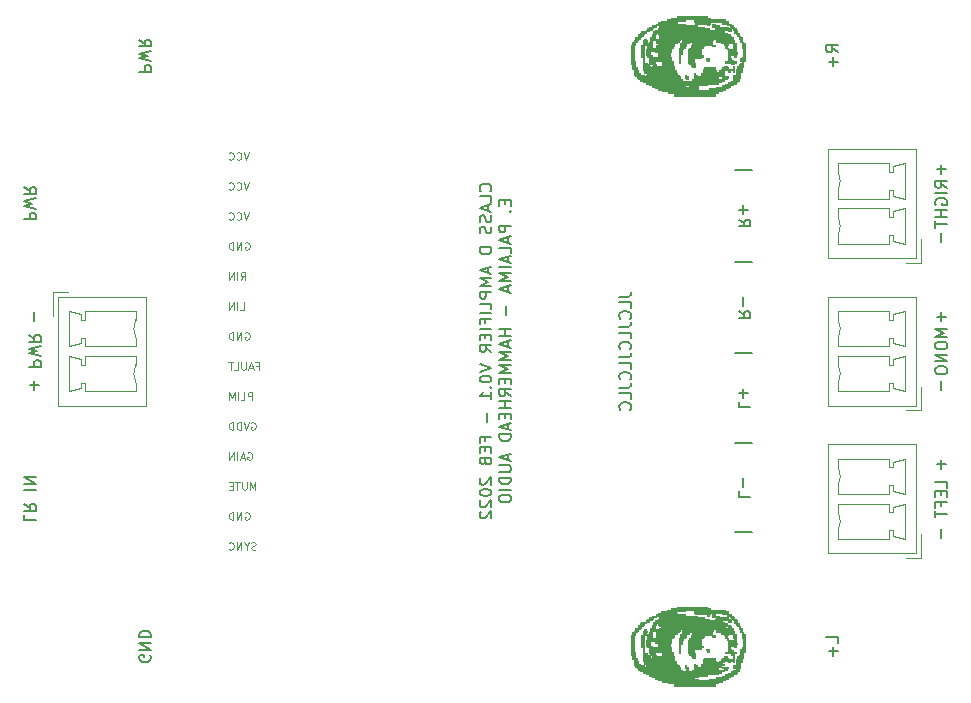
<source format=gbo>
G04 #@! TF.GenerationSoftware,KiCad,Pcbnew,(5.1.2-1)-1*
G04 #@! TF.CreationDate,2022-02-16T12:06:33-05:00*
G04 #@! TF.ProjectId,AmpClassD_Daugher,416d7043-6c61-4737-9344-5f4461756768,rev?*
G04 #@! TF.SameCoordinates,Original*
G04 #@! TF.FileFunction,Legend,Bot*
G04 #@! TF.FilePolarity,Positive*
%FSLAX46Y46*%
G04 Gerber Fmt 4.6, Leading zero omitted, Abs format (unit mm)*
G04 Created by KiCad (PCBNEW (5.1.2-1)-1) date 2022-02-16 12:06:33*
%MOMM*%
%LPD*%
G04 APERTURE LIST*
%ADD10C,0.150000*%
%ADD11C,0.100000*%
%ADD12C,0.010000*%
%ADD13C,0.120000*%
G04 APERTURE END LIST*
D10*
X116202380Y-60380952D02*
X116916666Y-60380952D01*
X117059523Y-60333333D01*
X117154761Y-60238095D01*
X117202380Y-60095238D01*
X117202380Y-60000000D01*
X117202380Y-61333333D02*
X117202380Y-60857142D01*
X116202380Y-60857142D01*
X117107142Y-62238095D02*
X117154761Y-62190476D01*
X117202380Y-62047619D01*
X117202380Y-61952380D01*
X117154761Y-61809523D01*
X117059523Y-61714285D01*
X116964285Y-61666666D01*
X116773809Y-61619047D01*
X116630952Y-61619047D01*
X116440476Y-61666666D01*
X116345238Y-61714285D01*
X116250000Y-61809523D01*
X116202380Y-61952380D01*
X116202380Y-62047619D01*
X116250000Y-62190476D01*
X116297619Y-62238095D01*
X116202380Y-62952380D02*
X116916666Y-62952380D01*
X117059523Y-62904761D01*
X117154761Y-62809523D01*
X117202380Y-62666666D01*
X117202380Y-62571428D01*
X117202380Y-63904761D02*
X117202380Y-63428571D01*
X116202380Y-63428571D01*
X117107142Y-64809523D02*
X117154761Y-64761904D01*
X117202380Y-64619047D01*
X117202380Y-64523809D01*
X117154761Y-64380952D01*
X117059523Y-64285714D01*
X116964285Y-64238095D01*
X116773809Y-64190476D01*
X116630952Y-64190476D01*
X116440476Y-64238095D01*
X116345238Y-64285714D01*
X116250000Y-64380952D01*
X116202380Y-64523809D01*
X116202380Y-64619047D01*
X116250000Y-64761904D01*
X116297619Y-64809523D01*
X116202380Y-65523809D02*
X116916666Y-65523809D01*
X117059523Y-65476190D01*
X117154761Y-65380952D01*
X117202380Y-65238095D01*
X117202380Y-65142857D01*
X117202380Y-66476190D02*
X117202380Y-66000000D01*
X116202380Y-66000000D01*
X117107142Y-67380952D02*
X117154761Y-67333333D01*
X117202380Y-67190476D01*
X117202380Y-67095238D01*
X117154761Y-66952380D01*
X117059523Y-66857142D01*
X116964285Y-66809523D01*
X116773809Y-66761904D01*
X116630952Y-66761904D01*
X116440476Y-66809523D01*
X116345238Y-66857142D01*
X116250000Y-66952380D01*
X116202380Y-67095238D01*
X116202380Y-67190476D01*
X116250000Y-67333333D01*
X116297619Y-67380952D01*
X116202380Y-68095238D02*
X116916666Y-68095238D01*
X117059523Y-68047619D01*
X117154761Y-67952380D01*
X117202380Y-67809523D01*
X117202380Y-67714285D01*
X117202380Y-69047619D02*
X117202380Y-68571428D01*
X116202380Y-68571428D01*
X117107142Y-69952380D02*
X117154761Y-69904761D01*
X117202380Y-69761904D01*
X117202380Y-69666666D01*
X117154761Y-69523809D01*
X117059523Y-69428571D01*
X116964285Y-69380952D01*
X116773809Y-69333333D01*
X116630952Y-69333333D01*
X116440476Y-69380952D01*
X116345238Y-69428571D01*
X116250000Y-69523809D01*
X116202380Y-69666666D01*
X116202380Y-69761904D01*
X116250000Y-69904761D01*
X116297619Y-69952380D01*
X134702380Y-89690476D02*
X134702380Y-89214285D01*
X133702380Y-89214285D01*
X134321428Y-90023809D02*
X134321428Y-90785714D01*
X134702380Y-90404761D02*
X133940476Y-90404761D01*
X134702380Y-39690476D02*
X134226190Y-39357142D01*
X134702380Y-39119047D02*
X133702380Y-39119047D01*
X133702380Y-39500000D01*
X133750000Y-39595238D01*
X133797619Y-39642857D01*
X133892857Y-39690476D01*
X134035714Y-39690476D01*
X134130952Y-39642857D01*
X134178571Y-39595238D01*
X134226190Y-39500000D01*
X134226190Y-39119047D01*
X134321428Y-40119047D02*
X134321428Y-40880952D01*
X134702380Y-40500000D02*
X133940476Y-40500000D01*
X75547619Y-41333333D02*
X76547619Y-41333333D01*
X76547619Y-40952380D01*
X76500000Y-40857142D01*
X76452380Y-40809523D01*
X76357142Y-40761904D01*
X76214285Y-40761904D01*
X76119047Y-40809523D01*
X76071428Y-40857142D01*
X76023809Y-40952380D01*
X76023809Y-41333333D01*
X76547619Y-40428571D02*
X75547619Y-40190476D01*
X76261904Y-40000000D01*
X75547619Y-39809523D01*
X76547619Y-39571428D01*
X75547619Y-38619047D02*
X76023809Y-38952380D01*
X75547619Y-39190476D02*
X76547619Y-39190476D01*
X76547619Y-38809523D01*
X76500000Y-38714285D01*
X76452380Y-38666666D01*
X76357142Y-38619047D01*
X76214285Y-38619047D01*
X76119047Y-38666666D01*
X76071428Y-38714285D01*
X76023809Y-38809523D01*
X76023809Y-39190476D01*
X76500000Y-90761904D02*
X76547619Y-90857142D01*
X76547619Y-91000000D01*
X76500000Y-91142857D01*
X76404761Y-91238095D01*
X76309523Y-91285714D01*
X76119047Y-91333333D01*
X75976190Y-91333333D01*
X75785714Y-91285714D01*
X75690476Y-91238095D01*
X75595238Y-91142857D01*
X75547619Y-91000000D01*
X75547619Y-90904761D01*
X75595238Y-90761904D01*
X75642857Y-90714285D01*
X75976190Y-90714285D01*
X75976190Y-90904761D01*
X75547619Y-90285714D02*
X76547619Y-90285714D01*
X75547619Y-89714285D01*
X76547619Y-89714285D01*
X75547619Y-89238095D02*
X76547619Y-89238095D01*
X76547619Y-89000000D01*
X76500000Y-88857142D01*
X76404761Y-88761904D01*
X76309523Y-88714285D01*
X76119047Y-88666666D01*
X75976190Y-88666666D01*
X75785714Y-88714285D01*
X75690476Y-88761904D01*
X75595238Y-88857142D01*
X75547619Y-89000000D01*
X75547619Y-89238095D01*
D11*
X84830238Y-48154047D02*
X84613571Y-48804047D01*
X84396904Y-48154047D01*
X83808809Y-48742142D02*
X83839762Y-48773095D01*
X83932619Y-48804047D01*
X83994523Y-48804047D01*
X84087381Y-48773095D01*
X84149285Y-48711190D01*
X84180238Y-48649285D01*
X84211190Y-48525476D01*
X84211190Y-48432619D01*
X84180238Y-48308809D01*
X84149285Y-48246904D01*
X84087381Y-48185000D01*
X83994523Y-48154047D01*
X83932619Y-48154047D01*
X83839762Y-48185000D01*
X83808809Y-48215952D01*
X83158809Y-48742142D02*
X83189762Y-48773095D01*
X83282619Y-48804047D01*
X83344523Y-48804047D01*
X83437381Y-48773095D01*
X83499285Y-48711190D01*
X83530238Y-48649285D01*
X83561190Y-48525476D01*
X83561190Y-48432619D01*
X83530238Y-48308809D01*
X83499285Y-48246904D01*
X83437381Y-48185000D01*
X83344523Y-48154047D01*
X83282619Y-48154047D01*
X83189762Y-48185000D01*
X83158809Y-48215952D01*
X84830238Y-50694047D02*
X84613571Y-51344047D01*
X84396904Y-50694047D01*
X83808809Y-51282142D02*
X83839762Y-51313095D01*
X83932619Y-51344047D01*
X83994523Y-51344047D01*
X84087381Y-51313095D01*
X84149285Y-51251190D01*
X84180238Y-51189285D01*
X84211190Y-51065476D01*
X84211190Y-50972619D01*
X84180238Y-50848809D01*
X84149285Y-50786904D01*
X84087381Y-50725000D01*
X83994523Y-50694047D01*
X83932619Y-50694047D01*
X83839762Y-50725000D01*
X83808809Y-50755952D01*
X83158809Y-51282142D02*
X83189762Y-51313095D01*
X83282619Y-51344047D01*
X83344523Y-51344047D01*
X83437381Y-51313095D01*
X83499285Y-51251190D01*
X83530238Y-51189285D01*
X83561190Y-51065476D01*
X83561190Y-50972619D01*
X83530238Y-50848809D01*
X83499285Y-50786904D01*
X83437381Y-50725000D01*
X83344523Y-50694047D01*
X83282619Y-50694047D01*
X83189762Y-50725000D01*
X83158809Y-50755952D01*
X84830238Y-53234047D02*
X84613571Y-53884047D01*
X84396904Y-53234047D01*
X83808809Y-53822142D02*
X83839762Y-53853095D01*
X83932619Y-53884047D01*
X83994523Y-53884047D01*
X84087381Y-53853095D01*
X84149285Y-53791190D01*
X84180238Y-53729285D01*
X84211190Y-53605476D01*
X84211190Y-53512619D01*
X84180238Y-53388809D01*
X84149285Y-53326904D01*
X84087381Y-53265000D01*
X83994523Y-53234047D01*
X83932619Y-53234047D01*
X83839762Y-53265000D01*
X83808809Y-53295952D01*
X83158809Y-53822142D02*
X83189762Y-53853095D01*
X83282619Y-53884047D01*
X83344523Y-53884047D01*
X83437381Y-53853095D01*
X83499285Y-53791190D01*
X83530238Y-53729285D01*
X83561190Y-53605476D01*
X83561190Y-53512619D01*
X83530238Y-53388809D01*
X83499285Y-53326904D01*
X83437381Y-53265000D01*
X83344523Y-53234047D01*
X83282619Y-53234047D01*
X83189762Y-53265000D01*
X83158809Y-53295952D01*
X84520713Y-55805000D02*
X84582618Y-55774047D01*
X84675475Y-55774047D01*
X84768332Y-55805000D01*
X84830237Y-55866904D01*
X84861190Y-55928809D01*
X84892142Y-56052619D01*
X84892142Y-56145476D01*
X84861190Y-56269285D01*
X84830237Y-56331190D01*
X84768332Y-56393095D01*
X84675475Y-56424047D01*
X84613571Y-56424047D01*
X84520713Y-56393095D01*
X84489761Y-56362142D01*
X84489761Y-56145476D01*
X84613571Y-56145476D01*
X84211190Y-56424047D02*
X84211190Y-55774047D01*
X83839761Y-56424047D01*
X83839761Y-55774047D01*
X83530237Y-56424047D02*
X83530237Y-55774047D01*
X83375475Y-55774047D01*
X83282618Y-55805000D01*
X83220713Y-55866904D01*
X83189761Y-55928809D01*
X83158809Y-56052619D01*
X83158809Y-56145476D01*
X83189761Y-56269285D01*
X83220713Y-56331190D01*
X83282618Y-56393095D01*
X83375475Y-56424047D01*
X83530237Y-56424047D01*
X84149285Y-58964047D02*
X84365952Y-58654523D01*
X84520714Y-58964047D02*
X84520714Y-58314047D01*
X84273095Y-58314047D01*
X84211190Y-58345000D01*
X84180237Y-58375952D01*
X84149285Y-58437857D01*
X84149285Y-58530714D01*
X84180237Y-58592619D01*
X84211190Y-58623571D01*
X84273095Y-58654523D01*
X84520714Y-58654523D01*
X83870714Y-58964047D02*
X83870714Y-58314047D01*
X83561190Y-58964047D02*
X83561190Y-58314047D01*
X83189761Y-58964047D01*
X83189761Y-58314047D01*
X84087381Y-61504047D02*
X84396905Y-61504047D01*
X84396905Y-60854047D01*
X83870714Y-61504047D02*
X83870714Y-60854047D01*
X83561190Y-61504047D02*
X83561190Y-60854047D01*
X83189762Y-61504047D01*
X83189762Y-60854047D01*
X84520713Y-63425000D02*
X84582618Y-63394047D01*
X84675475Y-63394047D01*
X84768332Y-63425000D01*
X84830237Y-63486904D01*
X84861190Y-63548809D01*
X84892142Y-63672619D01*
X84892142Y-63765476D01*
X84861190Y-63889285D01*
X84830237Y-63951190D01*
X84768332Y-64013095D01*
X84675475Y-64044047D01*
X84613571Y-64044047D01*
X84520713Y-64013095D01*
X84489761Y-63982142D01*
X84489761Y-63765476D01*
X84613571Y-63765476D01*
X84211190Y-64044047D02*
X84211190Y-63394047D01*
X83839761Y-64044047D01*
X83839761Y-63394047D01*
X83530237Y-64044047D02*
X83530237Y-63394047D01*
X83375475Y-63394047D01*
X83282618Y-63425000D01*
X83220713Y-63486904D01*
X83189761Y-63548809D01*
X83158809Y-63672619D01*
X83158809Y-63765476D01*
X83189761Y-63889285D01*
X83220713Y-63951190D01*
X83282618Y-64013095D01*
X83375475Y-64044047D01*
X83530237Y-64044047D01*
X85480238Y-66243571D02*
X85696905Y-66243571D01*
X85696905Y-66584047D02*
X85696905Y-65934047D01*
X85387381Y-65934047D01*
X85170714Y-66398333D02*
X84861190Y-66398333D01*
X85232619Y-66584047D02*
X85015952Y-65934047D01*
X84799286Y-66584047D01*
X84582619Y-65934047D02*
X84582619Y-66460238D01*
X84551667Y-66522142D01*
X84520714Y-66553095D01*
X84458809Y-66584047D01*
X84335000Y-66584047D01*
X84273095Y-66553095D01*
X84242143Y-66522142D01*
X84211190Y-66460238D01*
X84211190Y-65934047D01*
X83592143Y-66584047D02*
X83901667Y-66584047D01*
X83901667Y-65934047D01*
X83468333Y-65934047D02*
X83096905Y-65934047D01*
X83282619Y-66584047D02*
X83282619Y-65934047D01*
X85108809Y-69124047D02*
X85108809Y-68474047D01*
X84861190Y-68474047D01*
X84799285Y-68505000D01*
X84768332Y-68535952D01*
X84737380Y-68597857D01*
X84737380Y-68690714D01*
X84768332Y-68752619D01*
X84799285Y-68783571D01*
X84861190Y-68814523D01*
X85108809Y-68814523D01*
X84149285Y-69124047D02*
X84458809Y-69124047D01*
X84458809Y-68474047D01*
X83932618Y-69124047D02*
X83932618Y-68474047D01*
X83623094Y-69124047D02*
X83623094Y-68474047D01*
X83406428Y-68938333D01*
X83189761Y-68474047D01*
X83189761Y-69124047D01*
X85046904Y-71045000D02*
X85108809Y-71014047D01*
X85201666Y-71014047D01*
X85294523Y-71045000D01*
X85356428Y-71106904D01*
X85387381Y-71168809D01*
X85418333Y-71292619D01*
X85418333Y-71385476D01*
X85387381Y-71509285D01*
X85356428Y-71571190D01*
X85294523Y-71633095D01*
X85201666Y-71664047D01*
X85139762Y-71664047D01*
X85046904Y-71633095D01*
X85015952Y-71602142D01*
X85015952Y-71385476D01*
X85139762Y-71385476D01*
X84830238Y-71014047D02*
X84613571Y-71664047D01*
X84396904Y-71014047D01*
X84180238Y-71664047D02*
X84180238Y-71014047D01*
X84025476Y-71014047D01*
X83932619Y-71045000D01*
X83870714Y-71106904D01*
X83839762Y-71168809D01*
X83808809Y-71292619D01*
X83808809Y-71385476D01*
X83839762Y-71509285D01*
X83870714Y-71571190D01*
X83932619Y-71633095D01*
X84025476Y-71664047D01*
X84180238Y-71664047D01*
X83530238Y-71664047D02*
X83530238Y-71014047D01*
X83375476Y-71014047D01*
X83282619Y-71045000D01*
X83220714Y-71106904D01*
X83189762Y-71168809D01*
X83158809Y-71292619D01*
X83158809Y-71385476D01*
X83189762Y-71509285D01*
X83220714Y-71571190D01*
X83282619Y-71633095D01*
X83375476Y-71664047D01*
X83530238Y-71664047D01*
X84737380Y-73585000D02*
X84799285Y-73554047D01*
X84892142Y-73554047D01*
X84984999Y-73585000D01*
X85046904Y-73646904D01*
X85077857Y-73708809D01*
X85108809Y-73832619D01*
X85108809Y-73925476D01*
X85077857Y-74049285D01*
X85046904Y-74111190D01*
X84984999Y-74173095D01*
X84892142Y-74204047D01*
X84830238Y-74204047D01*
X84737380Y-74173095D01*
X84706428Y-74142142D01*
X84706428Y-73925476D01*
X84830238Y-73925476D01*
X84458809Y-74018333D02*
X84149285Y-74018333D01*
X84520714Y-74204047D02*
X84304047Y-73554047D01*
X84087380Y-74204047D01*
X83870714Y-74204047D02*
X83870714Y-73554047D01*
X83561190Y-74204047D02*
X83561190Y-73554047D01*
X83189761Y-74204047D01*
X83189761Y-73554047D01*
X85387381Y-76744047D02*
X85387381Y-76094047D01*
X85170714Y-76558333D01*
X84954047Y-76094047D01*
X84954047Y-76744047D01*
X84644523Y-76094047D02*
X84644523Y-76620238D01*
X84613571Y-76682142D01*
X84582619Y-76713095D01*
X84520714Y-76744047D01*
X84396904Y-76744047D01*
X84335000Y-76713095D01*
X84304047Y-76682142D01*
X84273095Y-76620238D01*
X84273095Y-76094047D01*
X84056428Y-76094047D02*
X83685000Y-76094047D01*
X83870714Y-76744047D02*
X83870714Y-76094047D01*
X83468333Y-76403571D02*
X83251666Y-76403571D01*
X83158809Y-76744047D02*
X83468333Y-76744047D01*
X83468333Y-76094047D01*
X83158809Y-76094047D01*
X84520713Y-78665000D02*
X84582618Y-78634047D01*
X84675475Y-78634047D01*
X84768332Y-78665000D01*
X84830237Y-78726904D01*
X84861190Y-78788809D01*
X84892142Y-78912619D01*
X84892142Y-79005476D01*
X84861190Y-79129285D01*
X84830237Y-79191190D01*
X84768332Y-79253095D01*
X84675475Y-79284047D01*
X84613571Y-79284047D01*
X84520713Y-79253095D01*
X84489761Y-79222142D01*
X84489761Y-79005476D01*
X84613571Y-79005476D01*
X84211190Y-79284047D02*
X84211190Y-78634047D01*
X83839761Y-79284047D01*
X83839761Y-78634047D01*
X83530237Y-79284047D02*
X83530237Y-78634047D01*
X83375475Y-78634047D01*
X83282618Y-78665000D01*
X83220713Y-78726904D01*
X83189761Y-78788809D01*
X83158809Y-78912619D01*
X83158809Y-79005476D01*
X83189761Y-79129285D01*
X83220713Y-79191190D01*
X83282618Y-79253095D01*
X83375475Y-79284047D01*
X83530237Y-79284047D01*
X85418333Y-81793095D02*
X85325476Y-81824047D01*
X85170714Y-81824047D01*
X85108809Y-81793095D01*
X85077857Y-81762142D01*
X85046904Y-81700238D01*
X85046904Y-81638333D01*
X85077857Y-81576428D01*
X85108809Y-81545476D01*
X85170714Y-81514523D01*
X85294523Y-81483571D01*
X85356428Y-81452619D01*
X85387381Y-81421666D01*
X85418333Y-81359761D01*
X85418333Y-81297857D01*
X85387381Y-81235952D01*
X85356428Y-81205000D01*
X85294523Y-81174047D01*
X85139762Y-81174047D01*
X85046904Y-81205000D01*
X84644523Y-81514523D02*
X84644523Y-81824047D01*
X84861190Y-81174047D02*
X84644523Y-81514523D01*
X84427857Y-81174047D01*
X84211190Y-81824047D02*
X84211190Y-81174047D01*
X83839762Y-81824047D01*
X83839762Y-81174047D01*
X83158809Y-81762142D02*
X83189762Y-81793095D01*
X83282619Y-81824047D01*
X83344523Y-81824047D01*
X83437381Y-81793095D01*
X83499285Y-81731190D01*
X83530238Y-81669285D01*
X83561190Y-81545476D01*
X83561190Y-81452619D01*
X83530238Y-81328809D01*
X83499285Y-81266904D01*
X83437381Y-81205000D01*
X83344523Y-81174047D01*
X83282619Y-81174047D01*
X83189762Y-81205000D01*
X83158809Y-81235952D01*
D10*
X65797619Y-78833333D02*
X65797619Y-79309523D01*
X66797619Y-79309523D01*
X65797619Y-77928571D02*
X66273809Y-78261904D01*
X65797619Y-78500000D02*
X66797619Y-78500000D01*
X66797619Y-78119047D01*
X66750000Y-78023809D01*
X66702380Y-77976190D01*
X66607142Y-77928571D01*
X66464285Y-77928571D01*
X66369047Y-77976190D01*
X66321428Y-78023809D01*
X66273809Y-78119047D01*
X66273809Y-78500000D01*
X65797619Y-76738095D02*
X66797619Y-76738095D01*
X65797619Y-76261904D02*
X66797619Y-76261904D01*
X65797619Y-75690476D01*
X66797619Y-75690476D01*
X65797619Y-53833333D02*
X66797619Y-53833333D01*
X66797619Y-53452380D01*
X66750000Y-53357142D01*
X66702380Y-53309523D01*
X66607142Y-53261904D01*
X66464285Y-53261904D01*
X66369047Y-53309523D01*
X66321428Y-53357142D01*
X66273809Y-53452380D01*
X66273809Y-53833333D01*
X66797619Y-52928571D02*
X65797619Y-52690476D01*
X66511904Y-52500000D01*
X65797619Y-52309523D01*
X66797619Y-52071428D01*
X65797619Y-51119047D02*
X66273809Y-51452380D01*
X65797619Y-51690476D02*
X66797619Y-51690476D01*
X66797619Y-51309523D01*
X66750000Y-51214285D01*
X66702380Y-51166666D01*
X66607142Y-51119047D01*
X66464285Y-51119047D01*
X66369047Y-51166666D01*
X66321428Y-51214285D01*
X66273809Y-51309523D01*
X66273809Y-51690476D01*
X105282142Y-51452380D02*
X105329761Y-51404761D01*
X105377380Y-51261904D01*
X105377380Y-51166666D01*
X105329761Y-51023809D01*
X105234523Y-50928571D01*
X105139285Y-50880952D01*
X104948809Y-50833333D01*
X104805952Y-50833333D01*
X104615476Y-50880952D01*
X104520238Y-50928571D01*
X104425000Y-51023809D01*
X104377380Y-51166666D01*
X104377380Y-51261904D01*
X104425000Y-51404761D01*
X104472619Y-51452380D01*
X105377380Y-52357142D02*
X105377380Y-51880952D01*
X104377380Y-51880952D01*
X105091666Y-52642857D02*
X105091666Y-53119047D01*
X105377380Y-52547619D02*
X104377380Y-52880952D01*
X105377380Y-53214285D01*
X105329761Y-53500000D02*
X105377380Y-53642857D01*
X105377380Y-53880952D01*
X105329761Y-53976190D01*
X105282142Y-54023809D01*
X105186904Y-54071428D01*
X105091666Y-54071428D01*
X104996428Y-54023809D01*
X104948809Y-53976190D01*
X104901190Y-53880952D01*
X104853571Y-53690476D01*
X104805952Y-53595238D01*
X104758333Y-53547619D01*
X104663095Y-53500000D01*
X104567857Y-53500000D01*
X104472619Y-53547619D01*
X104425000Y-53595238D01*
X104377380Y-53690476D01*
X104377380Y-53928571D01*
X104425000Y-54071428D01*
X105329761Y-54452380D02*
X105377380Y-54595238D01*
X105377380Y-54833333D01*
X105329761Y-54928571D01*
X105282142Y-54976190D01*
X105186904Y-55023809D01*
X105091666Y-55023809D01*
X104996428Y-54976190D01*
X104948809Y-54928571D01*
X104901190Y-54833333D01*
X104853571Y-54642857D01*
X104805952Y-54547619D01*
X104758333Y-54500000D01*
X104663095Y-54452380D01*
X104567857Y-54452380D01*
X104472619Y-54500000D01*
X104425000Y-54547619D01*
X104377380Y-54642857D01*
X104377380Y-54880952D01*
X104425000Y-55023809D01*
X105377380Y-56214285D02*
X104377380Y-56214285D01*
X104377380Y-56452380D01*
X104425000Y-56595238D01*
X104520238Y-56690476D01*
X104615476Y-56738095D01*
X104805952Y-56785714D01*
X104948809Y-56785714D01*
X105139285Y-56738095D01*
X105234523Y-56690476D01*
X105329761Y-56595238D01*
X105377380Y-56452380D01*
X105377380Y-56214285D01*
X105091666Y-57928571D02*
X105091666Y-58404761D01*
X105377380Y-57833333D02*
X104377380Y-58166666D01*
X105377380Y-58500000D01*
X105377380Y-58833333D02*
X104377380Y-58833333D01*
X105091666Y-59166666D01*
X104377380Y-59500000D01*
X105377380Y-59500000D01*
X105377380Y-59976190D02*
X104377380Y-59976190D01*
X104377380Y-60357142D01*
X104425000Y-60452380D01*
X104472619Y-60500000D01*
X104567857Y-60547619D01*
X104710714Y-60547619D01*
X104805952Y-60500000D01*
X104853571Y-60452380D01*
X104901190Y-60357142D01*
X104901190Y-59976190D01*
X105377380Y-61452380D02*
X105377380Y-60976190D01*
X104377380Y-60976190D01*
X105377380Y-61785714D02*
X104377380Y-61785714D01*
X104853571Y-62595238D02*
X104853571Y-62261904D01*
X105377380Y-62261904D02*
X104377380Y-62261904D01*
X104377380Y-62738095D01*
X105377380Y-63119047D02*
X104377380Y-63119047D01*
X104853571Y-63595238D02*
X104853571Y-63928571D01*
X105377380Y-64071428D02*
X105377380Y-63595238D01*
X104377380Y-63595238D01*
X104377380Y-64071428D01*
X105377380Y-65071428D02*
X104901190Y-64738095D01*
X105377380Y-64500000D02*
X104377380Y-64500000D01*
X104377380Y-64880952D01*
X104425000Y-64976190D01*
X104472619Y-65023809D01*
X104567857Y-65071428D01*
X104710714Y-65071428D01*
X104805952Y-65023809D01*
X104853571Y-64976190D01*
X104901190Y-64880952D01*
X104901190Y-64500000D01*
X104377380Y-66119047D02*
X105377380Y-66452380D01*
X104377380Y-66785714D01*
X104377380Y-67309523D02*
X104377380Y-67404761D01*
X104425000Y-67500000D01*
X104472619Y-67547619D01*
X104567857Y-67595238D01*
X104758333Y-67642857D01*
X104996428Y-67642857D01*
X105186904Y-67595238D01*
X105282142Y-67547619D01*
X105329761Y-67500000D01*
X105377380Y-67404761D01*
X105377380Y-67309523D01*
X105329761Y-67214285D01*
X105282142Y-67166666D01*
X105186904Y-67119047D01*
X104996428Y-67071428D01*
X104758333Y-67071428D01*
X104567857Y-67119047D01*
X104472619Y-67166666D01*
X104425000Y-67214285D01*
X104377380Y-67309523D01*
X105282142Y-68071428D02*
X105329761Y-68119047D01*
X105377380Y-68071428D01*
X105329761Y-68023809D01*
X105282142Y-68071428D01*
X105377380Y-68071428D01*
X105377380Y-69071428D02*
X105377380Y-68500000D01*
X105377380Y-68785714D02*
X104377380Y-68785714D01*
X104520238Y-68690476D01*
X104615476Y-68595238D01*
X104663095Y-68500000D01*
X104996428Y-70261904D02*
X104996428Y-71023809D01*
X104853571Y-72595238D02*
X104853571Y-72261904D01*
X105377380Y-72261904D02*
X104377380Y-72261904D01*
X104377380Y-72738095D01*
X104853571Y-73119047D02*
X104853571Y-73452380D01*
X105377380Y-73595238D02*
X105377380Y-73119047D01*
X104377380Y-73119047D01*
X104377380Y-73595238D01*
X104853571Y-74357142D02*
X104901190Y-74500000D01*
X104948809Y-74547619D01*
X105044047Y-74595238D01*
X105186904Y-74595238D01*
X105282142Y-74547619D01*
X105329761Y-74500000D01*
X105377380Y-74404761D01*
X105377380Y-74023809D01*
X104377380Y-74023809D01*
X104377380Y-74357142D01*
X104425000Y-74452380D01*
X104472619Y-74500000D01*
X104567857Y-74547619D01*
X104663095Y-74547619D01*
X104758333Y-74500000D01*
X104805952Y-74452380D01*
X104853571Y-74357142D01*
X104853571Y-74023809D01*
X104472619Y-75738095D02*
X104425000Y-75785714D01*
X104377380Y-75880952D01*
X104377380Y-76119047D01*
X104425000Y-76214285D01*
X104472619Y-76261904D01*
X104567857Y-76309523D01*
X104663095Y-76309523D01*
X104805952Y-76261904D01*
X105377380Y-75690476D01*
X105377380Y-76309523D01*
X104377380Y-76928571D02*
X104377380Y-77023809D01*
X104425000Y-77119047D01*
X104472619Y-77166666D01*
X104567857Y-77214285D01*
X104758333Y-77261904D01*
X104996428Y-77261904D01*
X105186904Y-77214285D01*
X105282142Y-77166666D01*
X105329761Y-77119047D01*
X105377380Y-77023809D01*
X105377380Y-76928571D01*
X105329761Y-76833333D01*
X105282142Y-76785714D01*
X105186904Y-76738095D01*
X104996428Y-76690476D01*
X104758333Y-76690476D01*
X104567857Y-76738095D01*
X104472619Y-76785714D01*
X104425000Y-76833333D01*
X104377380Y-76928571D01*
X104472619Y-77642857D02*
X104425000Y-77690476D01*
X104377380Y-77785714D01*
X104377380Y-78023809D01*
X104425000Y-78119047D01*
X104472619Y-78166666D01*
X104567857Y-78214285D01*
X104663095Y-78214285D01*
X104805952Y-78166666D01*
X105377380Y-77595238D01*
X105377380Y-78214285D01*
X104472619Y-78595238D02*
X104425000Y-78642857D01*
X104377380Y-78738095D01*
X104377380Y-78976190D01*
X104425000Y-79071428D01*
X104472619Y-79119047D01*
X104567857Y-79166666D01*
X104663095Y-79166666D01*
X104805952Y-79119047D01*
X105377380Y-78547619D01*
X105377380Y-79166666D01*
X106503571Y-52238095D02*
X106503571Y-52571428D01*
X107027380Y-52714285D02*
X107027380Y-52238095D01*
X106027380Y-52238095D01*
X106027380Y-52714285D01*
X106932142Y-53142857D02*
X106979761Y-53190476D01*
X107027380Y-53142857D01*
X106979761Y-53095238D01*
X106932142Y-53142857D01*
X107027380Y-53142857D01*
X107027380Y-54380952D02*
X106027380Y-54380952D01*
X106027380Y-54761904D01*
X106075000Y-54857142D01*
X106122619Y-54904761D01*
X106217857Y-54952380D01*
X106360714Y-54952380D01*
X106455952Y-54904761D01*
X106503571Y-54857142D01*
X106551190Y-54761904D01*
X106551190Y-54380952D01*
X106741666Y-55333333D02*
X106741666Y-55809523D01*
X107027380Y-55238095D02*
X106027380Y-55571428D01*
X107027380Y-55904761D01*
X107027380Y-56714285D02*
X107027380Y-56238095D01*
X106027380Y-56238095D01*
X106741666Y-57000000D02*
X106741666Y-57476190D01*
X107027380Y-56904761D02*
X106027380Y-57238095D01*
X107027380Y-57571428D01*
X107027380Y-57904761D02*
X106027380Y-57904761D01*
X107027380Y-58380952D02*
X106027380Y-58380952D01*
X106741666Y-58714285D01*
X106027380Y-59047619D01*
X107027380Y-59047619D01*
X106741666Y-59476190D02*
X106741666Y-59952380D01*
X107027380Y-59380952D02*
X106027380Y-59714285D01*
X107027380Y-60047619D01*
X106646428Y-61142857D02*
X106646428Y-61904761D01*
X107027380Y-63142857D02*
X106027380Y-63142857D01*
X106503571Y-63142857D02*
X106503571Y-63714285D01*
X107027380Y-63714285D02*
X106027380Y-63714285D01*
X106741666Y-64142857D02*
X106741666Y-64619047D01*
X107027380Y-64047619D02*
X106027380Y-64380952D01*
X107027380Y-64714285D01*
X107027380Y-65047619D02*
X106027380Y-65047619D01*
X106741666Y-65380952D01*
X106027380Y-65714285D01*
X107027380Y-65714285D01*
X107027380Y-66190476D02*
X106027380Y-66190476D01*
X106741666Y-66523809D01*
X106027380Y-66857142D01*
X107027380Y-66857142D01*
X106503571Y-67333333D02*
X106503571Y-67666666D01*
X107027380Y-67809523D02*
X107027380Y-67333333D01*
X106027380Y-67333333D01*
X106027380Y-67809523D01*
X107027380Y-68809523D02*
X106551190Y-68476190D01*
X107027380Y-68238095D02*
X106027380Y-68238095D01*
X106027380Y-68619047D01*
X106075000Y-68714285D01*
X106122619Y-68761904D01*
X106217857Y-68809523D01*
X106360714Y-68809523D01*
X106455952Y-68761904D01*
X106503571Y-68714285D01*
X106551190Y-68619047D01*
X106551190Y-68238095D01*
X107027380Y-69238095D02*
X106027380Y-69238095D01*
X106503571Y-69238095D02*
X106503571Y-69809523D01*
X107027380Y-69809523D02*
X106027380Y-69809523D01*
X106503571Y-70285714D02*
X106503571Y-70619047D01*
X107027380Y-70761904D02*
X107027380Y-70285714D01*
X106027380Y-70285714D01*
X106027380Y-70761904D01*
X106741666Y-71142857D02*
X106741666Y-71619047D01*
X107027380Y-71047619D02*
X106027380Y-71380952D01*
X107027380Y-71714285D01*
X107027380Y-72047619D02*
X106027380Y-72047619D01*
X106027380Y-72285714D01*
X106075000Y-72428571D01*
X106170238Y-72523809D01*
X106265476Y-72571428D01*
X106455952Y-72619047D01*
X106598809Y-72619047D01*
X106789285Y-72571428D01*
X106884523Y-72523809D01*
X106979761Y-72428571D01*
X107027380Y-72285714D01*
X107027380Y-72047619D01*
X106741666Y-73761904D02*
X106741666Y-74238095D01*
X107027380Y-73666666D02*
X106027380Y-74000000D01*
X107027380Y-74333333D01*
X106027380Y-74666666D02*
X106836904Y-74666666D01*
X106932142Y-74714285D01*
X106979761Y-74761904D01*
X107027380Y-74857142D01*
X107027380Y-75047619D01*
X106979761Y-75142857D01*
X106932142Y-75190476D01*
X106836904Y-75238095D01*
X106027380Y-75238095D01*
X107027380Y-75714285D02*
X106027380Y-75714285D01*
X106027380Y-75952380D01*
X106075000Y-76095238D01*
X106170238Y-76190476D01*
X106265476Y-76238095D01*
X106455952Y-76285714D01*
X106598809Y-76285714D01*
X106789285Y-76238095D01*
X106884523Y-76190476D01*
X106979761Y-76095238D01*
X107027380Y-75952380D01*
X107027380Y-75714285D01*
X107027380Y-76714285D02*
X106027380Y-76714285D01*
X106027380Y-77380952D02*
X106027380Y-77571428D01*
X106075000Y-77666666D01*
X106170238Y-77761904D01*
X106360714Y-77809523D01*
X106694047Y-77809523D01*
X106884523Y-77761904D01*
X106979761Y-77666666D01*
X107027380Y-77571428D01*
X107027380Y-77380952D01*
X106979761Y-77285714D01*
X106884523Y-77190476D01*
X106694047Y-77142857D01*
X106360714Y-77142857D01*
X106170238Y-77190476D01*
X106075000Y-77285714D01*
X106027380Y-77380952D01*
X125964285Y-80333333D02*
X127392857Y-80333333D01*
X126297619Y-76857142D02*
X126297619Y-77333333D01*
X127297619Y-77333333D01*
X126678571Y-76523809D02*
X126678571Y-75761904D01*
X125964285Y-72761904D02*
X127392857Y-72761904D01*
X126297619Y-69285714D02*
X126297619Y-69761904D01*
X127297619Y-69761904D01*
X126678571Y-68952380D02*
X126678571Y-68190476D01*
X126297619Y-68571428D02*
X127059523Y-68571428D01*
X125964285Y-65190476D02*
X127392857Y-65190476D01*
X126297619Y-61619047D02*
X126773809Y-61952380D01*
X126297619Y-62190476D02*
X127297619Y-62190476D01*
X127297619Y-61809523D01*
X127250000Y-61714285D01*
X127202380Y-61666666D01*
X127107142Y-61619047D01*
X126964285Y-61619047D01*
X126869047Y-61666666D01*
X126821428Y-61714285D01*
X126773809Y-61809523D01*
X126773809Y-62190476D01*
X126678571Y-61190476D02*
X126678571Y-60428571D01*
X125964285Y-57428571D02*
X127392857Y-57428571D01*
X126297619Y-53857142D02*
X126773809Y-54190476D01*
X126297619Y-54428571D02*
X127297619Y-54428571D01*
X127297619Y-54047619D01*
X127250000Y-53952380D01*
X127202380Y-53904761D01*
X127107142Y-53857142D01*
X126964285Y-53857142D01*
X126869047Y-53904761D01*
X126821428Y-53952380D01*
X126773809Y-54047619D01*
X126773809Y-54428571D01*
X126678571Y-53428571D02*
X126678571Y-52666666D01*
X126297619Y-53047619D02*
X127059523Y-53047619D01*
X125964285Y-49666666D02*
X127392857Y-49666666D01*
X66197619Y-66333333D02*
X67197619Y-66333333D01*
X67197619Y-65952380D01*
X67150000Y-65857142D01*
X67102380Y-65809523D01*
X67007142Y-65761904D01*
X66864285Y-65761904D01*
X66769047Y-65809523D01*
X66721428Y-65857142D01*
X66673809Y-65952380D01*
X66673809Y-66333333D01*
X67197619Y-65428571D02*
X66197619Y-65190476D01*
X66911904Y-65000000D01*
X66197619Y-64809523D01*
X67197619Y-64571428D01*
X66197619Y-63619047D02*
X66673809Y-63952380D01*
X66197619Y-64190476D02*
X67197619Y-64190476D01*
X67197619Y-63809523D01*
X67150000Y-63714285D01*
X67102380Y-63666666D01*
X67007142Y-63619047D01*
X66864285Y-63619047D01*
X66769047Y-63666666D01*
X66721428Y-63714285D01*
X66673809Y-63809523D01*
X66673809Y-64190476D01*
X143952380Y-51166666D02*
X143476190Y-50833333D01*
X143952380Y-50595238D02*
X142952380Y-50595238D01*
X142952380Y-50976190D01*
X143000000Y-51071428D01*
X143047619Y-51119047D01*
X143142857Y-51166666D01*
X143285714Y-51166666D01*
X143380952Y-51119047D01*
X143428571Y-51071428D01*
X143476190Y-50976190D01*
X143476190Y-50595238D01*
X143952380Y-51595238D02*
X142952380Y-51595238D01*
X143000000Y-52595238D02*
X142952380Y-52500000D01*
X142952380Y-52357142D01*
X143000000Y-52214285D01*
X143095238Y-52119047D01*
X143190476Y-52071428D01*
X143380952Y-52023809D01*
X143523809Y-52023809D01*
X143714285Y-52071428D01*
X143809523Y-52119047D01*
X143904761Y-52214285D01*
X143952380Y-52357142D01*
X143952380Y-52452380D01*
X143904761Y-52595238D01*
X143857142Y-52642857D01*
X143523809Y-52642857D01*
X143523809Y-52452380D01*
X143952380Y-53071428D02*
X142952380Y-53071428D01*
X143428571Y-53071428D02*
X143428571Y-53642857D01*
X143952380Y-53642857D02*
X142952380Y-53642857D01*
X142952380Y-53976190D02*
X142952380Y-54547619D01*
X143952380Y-54261904D02*
X142952380Y-54261904D01*
X143952380Y-63095238D02*
X142952380Y-63095238D01*
X143666666Y-63428571D01*
X142952380Y-63761904D01*
X143952380Y-63761904D01*
X142952380Y-64428571D02*
X142952380Y-64619047D01*
X143000000Y-64714285D01*
X143095238Y-64809523D01*
X143285714Y-64857142D01*
X143619047Y-64857142D01*
X143809523Y-64809523D01*
X143904761Y-64714285D01*
X143952380Y-64619047D01*
X143952380Y-64428571D01*
X143904761Y-64333333D01*
X143809523Y-64238095D01*
X143619047Y-64190476D01*
X143285714Y-64190476D01*
X143095238Y-64238095D01*
X143000000Y-64333333D01*
X142952380Y-64428571D01*
X143952380Y-65285714D02*
X142952380Y-65285714D01*
X143952380Y-65857142D01*
X142952380Y-65857142D01*
X142952380Y-66523809D02*
X142952380Y-66714285D01*
X143000000Y-66809523D01*
X143095238Y-66904761D01*
X143285714Y-66952380D01*
X143619047Y-66952380D01*
X143809523Y-66904761D01*
X143904761Y-66809523D01*
X143952380Y-66714285D01*
X143952380Y-66523809D01*
X143904761Y-66428571D01*
X143809523Y-66333333D01*
X143619047Y-66285714D01*
X143285714Y-66285714D01*
X143095238Y-66333333D01*
X143000000Y-66428571D01*
X142952380Y-66523809D01*
X143952380Y-76547619D02*
X143952380Y-76071428D01*
X142952380Y-76071428D01*
X143428571Y-76880952D02*
X143428571Y-77214285D01*
X143952380Y-77357142D02*
X143952380Y-76880952D01*
X142952380Y-76880952D01*
X142952380Y-77357142D01*
X143428571Y-78119047D02*
X143428571Y-77785714D01*
X143952380Y-77785714D02*
X142952380Y-77785714D01*
X142952380Y-78261904D01*
X142952380Y-78500000D02*
X142952380Y-79071428D01*
X143952380Y-78785714D02*
X142952380Y-78785714D01*
D12*
G36*
X121873000Y-91841500D02*
G01*
X121873000Y-91968500D01*
X122000000Y-91968500D01*
X122000000Y-91714500D01*
X121873000Y-91714500D01*
X121873000Y-91587500D01*
X121746000Y-91587500D01*
X121746000Y-91841500D01*
X121873000Y-91841500D01*
X121873000Y-91841500D01*
G37*
X121873000Y-91841500D02*
X121873000Y-91968500D01*
X122000000Y-91968500D01*
X122000000Y-91714500D01*
X121873000Y-91714500D01*
X121873000Y-91587500D01*
X121746000Y-91587500D01*
X121746000Y-91841500D01*
X121873000Y-91841500D01*
G36*
X123651000Y-90317500D02*
G01*
X123651000Y-90444500D01*
X123778000Y-90444500D01*
X123778000Y-90190500D01*
X123524000Y-90190500D01*
X123524000Y-90317500D01*
X123651000Y-90317500D01*
X123651000Y-90317500D01*
G37*
X123651000Y-90317500D02*
X123651000Y-90444500D01*
X123778000Y-90444500D01*
X123778000Y-90190500D01*
X123524000Y-90190500D01*
X123524000Y-90317500D01*
X123651000Y-90317500D01*
G36*
X124286000Y-89174500D02*
G01*
X124286000Y-89047500D01*
X124032000Y-89047500D01*
X124032000Y-89174500D01*
X124286000Y-89174500D01*
X124286000Y-89174500D01*
G37*
X124286000Y-89174500D02*
X124286000Y-89047500D01*
X124032000Y-89047500D01*
X124032000Y-89174500D01*
X124286000Y-89174500D01*
G36*
X125048000Y-91841500D02*
G01*
X125048000Y-91968500D01*
X125302000Y-91968500D01*
X125302000Y-91841500D01*
X125429000Y-91841500D01*
X125429000Y-91714500D01*
X124921000Y-91714500D01*
X124921000Y-91841500D01*
X125048000Y-91841500D01*
X125048000Y-91841500D01*
G37*
X125048000Y-91841500D02*
X125048000Y-91968500D01*
X125302000Y-91968500D01*
X125302000Y-91841500D01*
X125429000Y-91841500D01*
X125429000Y-91714500D01*
X124921000Y-91714500D01*
X124921000Y-91841500D01*
X125048000Y-91841500D01*
G36*
X125429000Y-89428500D02*
G01*
X125429000Y-89301500D01*
X125302000Y-89301500D01*
X125302000Y-89428500D01*
X125429000Y-89428500D01*
X125429000Y-89428500D01*
G37*
X125429000Y-89428500D02*
X125429000Y-89301500D01*
X125302000Y-89301500D01*
X125302000Y-89428500D01*
X125429000Y-89428500D01*
G36*
X117301000Y-90698500D02*
G01*
X117301000Y-91079500D01*
X117428000Y-91079500D01*
X117428000Y-91587500D01*
X117555000Y-91587500D01*
X117555000Y-91714500D01*
X117682000Y-91714500D01*
X117682000Y-91841500D01*
X117809000Y-91841500D01*
X117809000Y-91968500D01*
X117936000Y-91968500D01*
X117936000Y-92095500D01*
X118190000Y-92095500D01*
X118190000Y-92222500D01*
X118444000Y-92222500D01*
X118444000Y-92349500D01*
X118698000Y-92349500D01*
X118698000Y-92476500D01*
X118952000Y-92476500D01*
X118952000Y-92603500D01*
X119206000Y-92603500D01*
X119206000Y-92730500D01*
X119460000Y-92730500D01*
X119460000Y-92857500D01*
X119841000Y-92857500D01*
X119841000Y-92984500D01*
X120349000Y-92984500D01*
X120349000Y-93111500D01*
X120857000Y-93111500D01*
X120857000Y-93365500D01*
X124286000Y-93365500D01*
X124286000Y-93111500D01*
X124540000Y-93111500D01*
X124540000Y-92984500D01*
X124921000Y-92984500D01*
X124921000Y-92857500D01*
X125175000Y-92857500D01*
X125175000Y-92730500D01*
X125429000Y-92730500D01*
X125429000Y-92603500D01*
X125556000Y-92603500D01*
X125556000Y-92476500D01*
X125810000Y-92476500D01*
X125810000Y-92349500D01*
X126064000Y-92349500D01*
X126064000Y-92222500D01*
X126191000Y-92222500D01*
X126191000Y-92095500D01*
X126318000Y-92095500D01*
X126318000Y-91841500D01*
X126445000Y-91841500D01*
X126445000Y-91333500D01*
X126572000Y-91333500D01*
X126572000Y-90952500D01*
X126699000Y-90952500D01*
X126699000Y-90444500D01*
X126826000Y-90444500D01*
X126826000Y-88920500D01*
X126699000Y-88920500D01*
X126699000Y-88793500D01*
X126572000Y-88793500D01*
X126572000Y-88412500D01*
X126445000Y-88412500D01*
X126445000Y-88285500D01*
X126318000Y-88285500D01*
X126318000Y-88031500D01*
X126191000Y-88031500D01*
X126191000Y-87777500D01*
X126064000Y-87777500D01*
X126064000Y-87650500D01*
X125937000Y-87650500D01*
X125937000Y-87523500D01*
X125810000Y-87523500D01*
X125810000Y-87650500D01*
X125810000Y-87777500D01*
X125937000Y-87777500D01*
X125937000Y-88031500D01*
X126064000Y-88031500D01*
X126064000Y-88158500D01*
X126191000Y-88158500D01*
X126191000Y-88285500D01*
X126318000Y-88285500D01*
X126318000Y-88539500D01*
X126445000Y-88539500D01*
X126445000Y-88793500D01*
X126572000Y-88793500D01*
X126572000Y-89301500D01*
X126699000Y-89301500D01*
X126699000Y-90063500D01*
X126572000Y-90063500D01*
X126572000Y-90190500D01*
X126445000Y-90190500D01*
X126445000Y-90444500D01*
X126572000Y-90444500D01*
X126572000Y-90571500D01*
X126445000Y-90571500D01*
X126445000Y-90698500D01*
X126318000Y-90698500D01*
X126318000Y-90825500D01*
X126191000Y-90825500D01*
X126191000Y-91079500D01*
X126064000Y-91079500D01*
X126064000Y-91587500D01*
X125810000Y-91587500D01*
X125810000Y-91841500D01*
X126064000Y-91841500D01*
X126064000Y-91968500D01*
X125810000Y-91968500D01*
X125810000Y-92095500D01*
X125683000Y-92095500D01*
X125683000Y-92222500D01*
X125429000Y-92222500D01*
X125429000Y-92349500D01*
X125175000Y-92349500D01*
X125175000Y-92476500D01*
X124921000Y-92476500D01*
X124921000Y-92603500D01*
X124413000Y-92603500D01*
X124413000Y-92730500D01*
X123778000Y-92730500D01*
X123778000Y-92857500D01*
X122889000Y-92857500D01*
X122889000Y-92730500D01*
X122508000Y-92730500D01*
X122508000Y-92603500D01*
X122889000Y-92603500D01*
X122889000Y-92476500D01*
X123651000Y-92476500D01*
X123651000Y-92349500D01*
X124540000Y-92349500D01*
X124540000Y-92222500D01*
X124794000Y-92222500D01*
X124794000Y-92095500D01*
X125048000Y-92095500D01*
X125048000Y-91968500D01*
X124540000Y-91968500D01*
X124540000Y-91714500D01*
X124794000Y-91714500D01*
X124794000Y-91587500D01*
X125048000Y-91587500D01*
X125048000Y-91460500D01*
X124921000Y-91460500D01*
X124921000Y-91333500D01*
X125048000Y-91333500D01*
X125048000Y-91206500D01*
X125429000Y-91206500D01*
X125429000Y-91333500D01*
X125556000Y-91333500D01*
X125556000Y-91206500D01*
X125810000Y-91206500D01*
X125810000Y-91333500D01*
X125937000Y-91333500D01*
X125937000Y-90825500D01*
X125810000Y-90825500D01*
X125810000Y-91079500D01*
X125429000Y-91079500D01*
X125429000Y-90952500D01*
X125302000Y-90952500D01*
X125302000Y-90825500D01*
X125048000Y-90825500D01*
X125048000Y-90952500D01*
X124921000Y-90952500D01*
X124921000Y-91079500D01*
X124794000Y-91079500D01*
X124794000Y-91206500D01*
X124667000Y-91206500D01*
X124667000Y-91333500D01*
X124413000Y-91333500D01*
X124413000Y-91206500D01*
X124286000Y-91206500D01*
X124286000Y-90952500D01*
X123397000Y-90952500D01*
X123397000Y-91079500D01*
X123270000Y-91079500D01*
X123270000Y-91460500D01*
X123143000Y-91460500D01*
X123143000Y-91714500D01*
X122762000Y-91714500D01*
X122762000Y-91587500D01*
X122635000Y-91587500D01*
X122635000Y-91460500D01*
X122508000Y-91460500D01*
X122508000Y-91968500D01*
X122381000Y-91968500D01*
X122381000Y-92095500D01*
X122254000Y-92095500D01*
X122254000Y-92603500D01*
X122381000Y-92603500D01*
X122381000Y-92730500D01*
X122254000Y-92730500D01*
X122254000Y-92603500D01*
X122254000Y-92095500D01*
X121746000Y-92095500D01*
X121746000Y-92476500D01*
X122127000Y-92476500D01*
X122127000Y-92603500D01*
X121746000Y-92603500D01*
X121746000Y-92476500D01*
X121746000Y-92095500D01*
X121492000Y-92095500D01*
X121492000Y-91968500D01*
X121365000Y-91968500D01*
X121365000Y-91714500D01*
X121238000Y-91714500D01*
X121238000Y-91587500D01*
X121111000Y-91587500D01*
X121111000Y-91460500D01*
X120984000Y-91460500D01*
X120984000Y-91206500D01*
X120857000Y-91206500D01*
X120857000Y-90825500D01*
X120730000Y-90825500D01*
X120730000Y-90444500D01*
X120603000Y-90444500D01*
X120603000Y-90063500D01*
X120476000Y-90063500D01*
X120476000Y-89682500D01*
X120603000Y-89682500D01*
X120603000Y-89301500D01*
X120730000Y-89301500D01*
X120730000Y-89174500D01*
X120857000Y-89174500D01*
X120857000Y-88920500D01*
X121111000Y-88920500D01*
X121111000Y-88793500D01*
X121238000Y-88793500D01*
X121238000Y-88666500D01*
X121365000Y-88666500D01*
X121365000Y-88539500D01*
X121492000Y-88539500D01*
X121492000Y-88920500D01*
X121365000Y-88920500D01*
X121365000Y-89301500D01*
X121238000Y-89301500D01*
X121238000Y-90571500D01*
X121365000Y-90571500D01*
X121365000Y-89809500D01*
X121492000Y-89809500D01*
X121492000Y-89428500D01*
X121619000Y-89428500D01*
X121619000Y-89301500D01*
X121746000Y-89301500D01*
X121746000Y-89174500D01*
X121873000Y-89174500D01*
X121873000Y-88920500D01*
X122127000Y-88920500D01*
X122127000Y-88793500D01*
X122381000Y-88793500D01*
X122381000Y-89047500D01*
X122254000Y-89047500D01*
X122254000Y-89301500D01*
X122127000Y-89301500D01*
X122127000Y-89428500D01*
X122000000Y-89428500D01*
X122000000Y-90571500D01*
X122127000Y-90571500D01*
X122127000Y-90698500D01*
X122254000Y-90698500D01*
X122254000Y-90825500D01*
X122381000Y-90825500D01*
X122381000Y-90952500D01*
X122635000Y-90952500D01*
X122635000Y-90571500D01*
X122508000Y-90571500D01*
X122508000Y-90190500D01*
X123143000Y-90190500D01*
X123143000Y-90063500D01*
X123270000Y-90063500D01*
X123270000Y-89936500D01*
X123143000Y-89936500D01*
X123143000Y-89301500D01*
X123270000Y-89301500D01*
X123270000Y-89174500D01*
X123397000Y-89174500D01*
X123397000Y-89047500D01*
X124032000Y-89047500D01*
X124032000Y-88666500D01*
X124159000Y-88666500D01*
X124159000Y-88539500D01*
X124413000Y-88539500D01*
X124413000Y-88793500D01*
X124794000Y-88793500D01*
X124794000Y-88920500D01*
X125048000Y-88920500D01*
X125048000Y-89047500D01*
X125175000Y-89047500D01*
X125175000Y-89301500D01*
X125302000Y-89301500D01*
X125302000Y-89047500D01*
X125429000Y-89047500D01*
X125429000Y-88920500D01*
X125810000Y-88920500D01*
X125810000Y-89301500D01*
X125937000Y-89301500D01*
X125937000Y-89428500D01*
X125429000Y-89428500D01*
X125429000Y-90444500D01*
X125175000Y-90444500D01*
X125175000Y-90571500D01*
X125683000Y-90571500D01*
X125683000Y-90698500D01*
X125937000Y-90698500D01*
X125937000Y-90571500D01*
X126064000Y-90571500D01*
X126064000Y-90444500D01*
X125810000Y-90444500D01*
X125810000Y-90317500D01*
X125683000Y-90317500D01*
X125683000Y-90190500D01*
X125556000Y-90190500D01*
X125556000Y-89936500D01*
X125937000Y-89936500D01*
X125937000Y-90063500D01*
X126064000Y-90063500D01*
X126064000Y-89809500D01*
X126191000Y-89809500D01*
X126191000Y-89682500D01*
X126064000Y-89682500D01*
X126064000Y-88920500D01*
X125937000Y-88920500D01*
X125937000Y-88666500D01*
X125810000Y-88666500D01*
X125810000Y-88412500D01*
X125683000Y-88412500D01*
X125683000Y-88285500D01*
X125556000Y-88285500D01*
X125556000Y-88158500D01*
X125302000Y-88158500D01*
X125302000Y-88031500D01*
X125175000Y-88031500D01*
X125175000Y-88285500D01*
X125429000Y-88285500D01*
X125429000Y-88539500D01*
X125302000Y-88539500D01*
X125302000Y-88412500D01*
X125175000Y-88412500D01*
X125175000Y-88285500D01*
X125175000Y-88031500D01*
X125048000Y-88031500D01*
X125048000Y-87904500D01*
X124921000Y-87904500D01*
X124921000Y-87777500D01*
X125429000Y-87777500D01*
X125429000Y-87904500D01*
X125683000Y-87904500D01*
X125683000Y-87650500D01*
X125810000Y-87650500D01*
X125810000Y-87523500D01*
X125810000Y-87396500D01*
X125683000Y-87396500D01*
X125683000Y-87269500D01*
X125429000Y-87269500D01*
X125429000Y-87015500D01*
X125175000Y-87015500D01*
X125175000Y-86888500D01*
X123905000Y-86888500D01*
X123905000Y-86761500D01*
X123651000Y-86761500D01*
X123651000Y-86634500D01*
X123270000Y-86634500D01*
X123270000Y-86888500D01*
X123397000Y-86888500D01*
X123397000Y-87015500D01*
X123270000Y-87015500D01*
X123270000Y-86888500D01*
X123270000Y-86634500D01*
X121746000Y-86634500D01*
X121746000Y-86888500D01*
X122508000Y-86888500D01*
X122508000Y-87142500D01*
X122635000Y-87142500D01*
X122635000Y-87269500D01*
X123651000Y-87269500D01*
X123651000Y-87396500D01*
X123778000Y-87396500D01*
X123778000Y-87269500D01*
X123905000Y-87269500D01*
X123905000Y-87142500D01*
X124921000Y-87142500D01*
X124921000Y-87269500D01*
X125302000Y-87269500D01*
X125302000Y-87396500D01*
X125556000Y-87396500D01*
X125556000Y-87523500D01*
X125683000Y-87523500D01*
X125683000Y-87650500D01*
X125429000Y-87650500D01*
X125429000Y-87523500D01*
X124667000Y-87523500D01*
X124667000Y-87396500D01*
X124286000Y-87396500D01*
X124286000Y-87269500D01*
X124032000Y-87269500D01*
X124032000Y-87523500D01*
X124413000Y-87523500D01*
X124413000Y-87650500D01*
X124286000Y-87650500D01*
X124286000Y-87777500D01*
X123778000Y-87777500D01*
X123778000Y-87650500D01*
X123397000Y-87650500D01*
X123397000Y-87523500D01*
X122762000Y-87523500D01*
X122762000Y-87396500D01*
X121746000Y-87396500D01*
X121746000Y-87269500D01*
X121111000Y-87269500D01*
X121111000Y-87142500D01*
X120984000Y-87142500D01*
X120984000Y-87015500D01*
X121746000Y-87015500D01*
X121746000Y-86888500D01*
X121746000Y-86634500D01*
X121111000Y-86634500D01*
X121111000Y-86761500D01*
X120603000Y-86761500D01*
X120603000Y-86888500D01*
X120222000Y-86888500D01*
X120222000Y-87015500D01*
X120222000Y-91333500D01*
X120349000Y-91333500D01*
X120349000Y-91460500D01*
X120222000Y-91460500D01*
X120222000Y-91333500D01*
X120222000Y-87015500D01*
X119714000Y-87015500D01*
X119714000Y-87142500D01*
X119460000Y-87142500D01*
X119460000Y-87269500D01*
X119333000Y-87269500D01*
X119333000Y-87396500D01*
X119587000Y-87396500D01*
X119587000Y-87650500D01*
X119460000Y-87650500D01*
X119460000Y-87777500D01*
X119333000Y-87777500D01*
X119333000Y-88031500D01*
X119460000Y-88031500D01*
X119460000Y-88158500D01*
X119587000Y-88158500D01*
X119587000Y-88285500D01*
X119714000Y-88285500D01*
X119714000Y-88412500D01*
X119587000Y-88412500D01*
X119587000Y-88539500D01*
X119206000Y-88539500D01*
X119206000Y-88158500D01*
X119333000Y-88158500D01*
X119333000Y-88031500D01*
X119333000Y-87777500D01*
X119206000Y-87777500D01*
X119206000Y-87904500D01*
X119079000Y-87904500D01*
X119079000Y-88158500D01*
X118952000Y-88158500D01*
X118952000Y-88412500D01*
X118952000Y-88666500D01*
X119333000Y-88666500D01*
X119333000Y-88920500D01*
X119460000Y-88920500D01*
X119460000Y-89047500D01*
X119333000Y-89047500D01*
X119333000Y-89301500D01*
X118952000Y-89301500D01*
X118952000Y-88666500D01*
X118952000Y-88412500D01*
X118825000Y-88412500D01*
X118825000Y-88793500D01*
X118825000Y-89555500D01*
X119206000Y-89555500D01*
X119206000Y-89682500D01*
X119460000Y-89682500D01*
X119460000Y-90063500D01*
X119206000Y-90063500D01*
X119206000Y-90444500D01*
X119841000Y-90444500D01*
X119841000Y-90825500D01*
X119333000Y-90825500D01*
X119333000Y-90698500D01*
X119206000Y-90698500D01*
X119206000Y-90444500D01*
X119206000Y-90063500D01*
X118952000Y-90063500D01*
X118952000Y-89936500D01*
X118825000Y-89936500D01*
X118825000Y-89555500D01*
X118825000Y-88793500D01*
X118698000Y-88793500D01*
X118698000Y-88920500D01*
X118571000Y-88920500D01*
X118571000Y-89428500D01*
X118444000Y-89428500D01*
X118444000Y-89936500D01*
X118571000Y-89936500D01*
X118571000Y-90063500D01*
X118698000Y-90063500D01*
X118698000Y-90571500D01*
X118825000Y-90571500D01*
X118825000Y-90698500D01*
X119079000Y-90698500D01*
X119079000Y-90825500D01*
X118952000Y-90825500D01*
X118952000Y-90952500D01*
X118825000Y-90952500D01*
X118825000Y-90825500D01*
X118698000Y-90825500D01*
X118698000Y-90698500D01*
X118571000Y-90698500D01*
X118571000Y-90571500D01*
X118317000Y-90571500D01*
X118317000Y-89047500D01*
X118444000Y-89047500D01*
X118444000Y-88793500D01*
X118571000Y-88793500D01*
X118571000Y-88666500D01*
X118444000Y-88666500D01*
X118444000Y-88539500D01*
X118317000Y-88539500D01*
X118317000Y-88666500D01*
X118190000Y-88666500D01*
X118190000Y-89047500D01*
X118063000Y-89047500D01*
X118063000Y-90063500D01*
X118190000Y-90063500D01*
X118190000Y-91206500D01*
X118317000Y-91206500D01*
X118317000Y-91460500D01*
X118571000Y-91460500D01*
X118571000Y-91587500D01*
X118444000Y-91587500D01*
X118444000Y-91714500D01*
X118317000Y-91714500D01*
X118317000Y-91587500D01*
X117936000Y-91587500D01*
X117936000Y-91460500D01*
X117809000Y-91460500D01*
X117809000Y-91206500D01*
X117682000Y-91206500D01*
X117682000Y-90952500D01*
X117555000Y-90952500D01*
X117555000Y-90444500D01*
X117428000Y-90444500D01*
X117428000Y-89047500D01*
X117555000Y-89047500D01*
X117555000Y-88793500D01*
X117682000Y-88793500D01*
X117682000Y-88666500D01*
X117809000Y-88666500D01*
X117809000Y-88539500D01*
X117936000Y-88539500D01*
X117936000Y-88412500D01*
X118063000Y-88412500D01*
X118063000Y-88285500D01*
X118190000Y-88285500D01*
X118190000Y-88158500D01*
X118317000Y-88158500D01*
X118317000Y-88031500D01*
X118444000Y-88031500D01*
X118444000Y-87904500D01*
X118698000Y-87904500D01*
X118698000Y-87777500D01*
X118952000Y-87777500D01*
X118952000Y-87650500D01*
X119079000Y-87650500D01*
X119079000Y-87523500D01*
X119333000Y-87523500D01*
X119333000Y-87396500D01*
X118952000Y-87396500D01*
X118952000Y-87523500D01*
X118698000Y-87523500D01*
X118698000Y-87650500D01*
X118571000Y-87650500D01*
X118571000Y-87777500D01*
X118444000Y-87777500D01*
X118444000Y-87904500D01*
X118063000Y-87904500D01*
X118063000Y-88031500D01*
X117936000Y-88031500D01*
X117936000Y-88158500D01*
X117809000Y-88158500D01*
X117809000Y-88412500D01*
X117555000Y-88412500D01*
X117555000Y-88666500D01*
X117428000Y-88666500D01*
X117428000Y-88793500D01*
X117301000Y-88793500D01*
X117301000Y-89047500D01*
X117174000Y-89047500D01*
X117174000Y-90698500D01*
X117301000Y-90698500D01*
X117301000Y-90698500D01*
G37*
X117301000Y-90698500D02*
X117301000Y-91079500D01*
X117428000Y-91079500D01*
X117428000Y-91587500D01*
X117555000Y-91587500D01*
X117555000Y-91714500D01*
X117682000Y-91714500D01*
X117682000Y-91841500D01*
X117809000Y-91841500D01*
X117809000Y-91968500D01*
X117936000Y-91968500D01*
X117936000Y-92095500D01*
X118190000Y-92095500D01*
X118190000Y-92222500D01*
X118444000Y-92222500D01*
X118444000Y-92349500D01*
X118698000Y-92349500D01*
X118698000Y-92476500D01*
X118952000Y-92476500D01*
X118952000Y-92603500D01*
X119206000Y-92603500D01*
X119206000Y-92730500D01*
X119460000Y-92730500D01*
X119460000Y-92857500D01*
X119841000Y-92857500D01*
X119841000Y-92984500D01*
X120349000Y-92984500D01*
X120349000Y-93111500D01*
X120857000Y-93111500D01*
X120857000Y-93365500D01*
X124286000Y-93365500D01*
X124286000Y-93111500D01*
X124540000Y-93111500D01*
X124540000Y-92984500D01*
X124921000Y-92984500D01*
X124921000Y-92857500D01*
X125175000Y-92857500D01*
X125175000Y-92730500D01*
X125429000Y-92730500D01*
X125429000Y-92603500D01*
X125556000Y-92603500D01*
X125556000Y-92476500D01*
X125810000Y-92476500D01*
X125810000Y-92349500D01*
X126064000Y-92349500D01*
X126064000Y-92222500D01*
X126191000Y-92222500D01*
X126191000Y-92095500D01*
X126318000Y-92095500D01*
X126318000Y-91841500D01*
X126445000Y-91841500D01*
X126445000Y-91333500D01*
X126572000Y-91333500D01*
X126572000Y-90952500D01*
X126699000Y-90952500D01*
X126699000Y-90444500D01*
X126826000Y-90444500D01*
X126826000Y-88920500D01*
X126699000Y-88920500D01*
X126699000Y-88793500D01*
X126572000Y-88793500D01*
X126572000Y-88412500D01*
X126445000Y-88412500D01*
X126445000Y-88285500D01*
X126318000Y-88285500D01*
X126318000Y-88031500D01*
X126191000Y-88031500D01*
X126191000Y-87777500D01*
X126064000Y-87777500D01*
X126064000Y-87650500D01*
X125937000Y-87650500D01*
X125937000Y-87523500D01*
X125810000Y-87523500D01*
X125810000Y-87650500D01*
X125810000Y-87777500D01*
X125937000Y-87777500D01*
X125937000Y-88031500D01*
X126064000Y-88031500D01*
X126064000Y-88158500D01*
X126191000Y-88158500D01*
X126191000Y-88285500D01*
X126318000Y-88285500D01*
X126318000Y-88539500D01*
X126445000Y-88539500D01*
X126445000Y-88793500D01*
X126572000Y-88793500D01*
X126572000Y-89301500D01*
X126699000Y-89301500D01*
X126699000Y-90063500D01*
X126572000Y-90063500D01*
X126572000Y-90190500D01*
X126445000Y-90190500D01*
X126445000Y-90444500D01*
X126572000Y-90444500D01*
X126572000Y-90571500D01*
X126445000Y-90571500D01*
X126445000Y-90698500D01*
X126318000Y-90698500D01*
X126318000Y-90825500D01*
X126191000Y-90825500D01*
X126191000Y-91079500D01*
X126064000Y-91079500D01*
X126064000Y-91587500D01*
X125810000Y-91587500D01*
X125810000Y-91841500D01*
X126064000Y-91841500D01*
X126064000Y-91968500D01*
X125810000Y-91968500D01*
X125810000Y-92095500D01*
X125683000Y-92095500D01*
X125683000Y-92222500D01*
X125429000Y-92222500D01*
X125429000Y-92349500D01*
X125175000Y-92349500D01*
X125175000Y-92476500D01*
X124921000Y-92476500D01*
X124921000Y-92603500D01*
X124413000Y-92603500D01*
X124413000Y-92730500D01*
X123778000Y-92730500D01*
X123778000Y-92857500D01*
X122889000Y-92857500D01*
X122889000Y-92730500D01*
X122508000Y-92730500D01*
X122508000Y-92603500D01*
X122889000Y-92603500D01*
X122889000Y-92476500D01*
X123651000Y-92476500D01*
X123651000Y-92349500D01*
X124540000Y-92349500D01*
X124540000Y-92222500D01*
X124794000Y-92222500D01*
X124794000Y-92095500D01*
X125048000Y-92095500D01*
X125048000Y-91968500D01*
X124540000Y-91968500D01*
X124540000Y-91714500D01*
X124794000Y-91714500D01*
X124794000Y-91587500D01*
X125048000Y-91587500D01*
X125048000Y-91460500D01*
X124921000Y-91460500D01*
X124921000Y-91333500D01*
X125048000Y-91333500D01*
X125048000Y-91206500D01*
X125429000Y-91206500D01*
X125429000Y-91333500D01*
X125556000Y-91333500D01*
X125556000Y-91206500D01*
X125810000Y-91206500D01*
X125810000Y-91333500D01*
X125937000Y-91333500D01*
X125937000Y-90825500D01*
X125810000Y-90825500D01*
X125810000Y-91079500D01*
X125429000Y-91079500D01*
X125429000Y-90952500D01*
X125302000Y-90952500D01*
X125302000Y-90825500D01*
X125048000Y-90825500D01*
X125048000Y-90952500D01*
X124921000Y-90952500D01*
X124921000Y-91079500D01*
X124794000Y-91079500D01*
X124794000Y-91206500D01*
X124667000Y-91206500D01*
X124667000Y-91333500D01*
X124413000Y-91333500D01*
X124413000Y-91206500D01*
X124286000Y-91206500D01*
X124286000Y-90952500D01*
X123397000Y-90952500D01*
X123397000Y-91079500D01*
X123270000Y-91079500D01*
X123270000Y-91460500D01*
X123143000Y-91460500D01*
X123143000Y-91714500D01*
X122762000Y-91714500D01*
X122762000Y-91587500D01*
X122635000Y-91587500D01*
X122635000Y-91460500D01*
X122508000Y-91460500D01*
X122508000Y-91968500D01*
X122381000Y-91968500D01*
X122381000Y-92095500D01*
X122254000Y-92095500D01*
X122254000Y-92603500D01*
X122381000Y-92603500D01*
X122381000Y-92730500D01*
X122254000Y-92730500D01*
X122254000Y-92603500D01*
X122254000Y-92095500D01*
X121746000Y-92095500D01*
X121746000Y-92476500D01*
X122127000Y-92476500D01*
X122127000Y-92603500D01*
X121746000Y-92603500D01*
X121746000Y-92476500D01*
X121746000Y-92095500D01*
X121492000Y-92095500D01*
X121492000Y-91968500D01*
X121365000Y-91968500D01*
X121365000Y-91714500D01*
X121238000Y-91714500D01*
X121238000Y-91587500D01*
X121111000Y-91587500D01*
X121111000Y-91460500D01*
X120984000Y-91460500D01*
X120984000Y-91206500D01*
X120857000Y-91206500D01*
X120857000Y-90825500D01*
X120730000Y-90825500D01*
X120730000Y-90444500D01*
X120603000Y-90444500D01*
X120603000Y-90063500D01*
X120476000Y-90063500D01*
X120476000Y-89682500D01*
X120603000Y-89682500D01*
X120603000Y-89301500D01*
X120730000Y-89301500D01*
X120730000Y-89174500D01*
X120857000Y-89174500D01*
X120857000Y-88920500D01*
X121111000Y-88920500D01*
X121111000Y-88793500D01*
X121238000Y-88793500D01*
X121238000Y-88666500D01*
X121365000Y-88666500D01*
X121365000Y-88539500D01*
X121492000Y-88539500D01*
X121492000Y-88920500D01*
X121365000Y-88920500D01*
X121365000Y-89301500D01*
X121238000Y-89301500D01*
X121238000Y-90571500D01*
X121365000Y-90571500D01*
X121365000Y-89809500D01*
X121492000Y-89809500D01*
X121492000Y-89428500D01*
X121619000Y-89428500D01*
X121619000Y-89301500D01*
X121746000Y-89301500D01*
X121746000Y-89174500D01*
X121873000Y-89174500D01*
X121873000Y-88920500D01*
X122127000Y-88920500D01*
X122127000Y-88793500D01*
X122381000Y-88793500D01*
X122381000Y-89047500D01*
X122254000Y-89047500D01*
X122254000Y-89301500D01*
X122127000Y-89301500D01*
X122127000Y-89428500D01*
X122000000Y-89428500D01*
X122000000Y-90571500D01*
X122127000Y-90571500D01*
X122127000Y-90698500D01*
X122254000Y-90698500D01*
X122254000Y-90825500D01*
X122381000Y-90825500D01*
X122381000Y-90952500D01*
X122635000Y-90952500D01*
X122635000Y-90571500D01*
X122508000Y-90571500D01*
X122508000Y-90190500D01*
X123143000Y-90190500D01*
X123143000Y-90063500D01*
X123270000Y-90063500D01*
X123270000Y-89936500D01*
X123143000Y-89936500D01*
X123143000Y-89301500D01*
X123270000Y-89301500D01*
X123270000Y-89174500D01*
X123397000Y-89174500D01*
X123397000Y-89047500D01*
X124032000Y-89047500D01*
X124032000Y-88666500D01*
X124159000Y-88666500D01*
X124159000Y-88539500D01*
X124413000Y-88539500D01*
X124413000Y-88793500D01*
X124794000Y-88793500D01*
X124794000Y-88920500D01*
X125048000Y-88920500D01*
X125048000Y-89047500D01*
X125175000Y-89047500D01*
X125175000Y-89301500D01*
X125302000Y-89301500D01*
X125302000Y-89047500D01*
X125429000Y-89047500D01*
X125429000Y-88920500D01*
X125810000Y-88920500D01*
X125810000Y-89301500D01*
X125937000Y-89301500D01*
X125937000Y-89428500D01*
X125429000Y-89428500D01*
X125429000Y-90444500D01*
X125175000Y-90444500D01*
X125175000Y-90571500D01*
X125683000Y-90571500D01*
X125683000Y-90698500D01*
X125937000Y-90698500D01*
X125937000Y-90571500D01*
X126064000Y-90571500D01*
X126064000Y-90444500D01*
X125810000Y-90444500D01*
X125810000Y-90317500D01*
X125683000Y-90317500D01*
X125683000Y-90190500D01*
X125556000Y-90190500D01*
X125556000Y-89936500D01*
X125937000Y-89936500D01*
X125937000Y-90063500D01*
X126064000Y-90063500D01*
X126064000Y-89809500D01*
X126191000Y-89809500D01*
X126191000Y-89682500D01*
X126064000Y-89682500D01*
X126064000Y-88920500D01*
X125937000Y-88920500D01*
X125937000Y-88666500D01*
X125810000Y-88666500D01*
X125810000Y-88412500D01*
X125683000Y-88412500D01*
X125683000Y-88285500D01*
X125556000Y-88285500D01*
X125556000Y-88158500D01*
X125302000Y-88158500D01*
X125302000Y-88031500D01*
X125175000Y-88031500D01*
X125175000Y-88285500D01*
X125429000Y-88285500D01*
X125429000Y-88539500D01*
X125302000Y-88539500D01*
X125302000Y-88412500D01*
X125175000Y-88412500D01*
X125175000Y-88285500D01*
X125175000Y-88031500D01*
X125048000Y-88031500D01*
X125048000Y-87904500D01*
X124921000Y-87904500D01*
X124921000Y-87777500D01*
X125429000Y-87777500D01*
X125429000Y-87904500D01*
X125683000Y-87904500D01*
X125683000Y-87650500D01*
X125810000Y-87650500D01*
X125810000Y-87523500D01*
X125810000Y-87396500D01*
X125683000Y-87396500D01*
X125683000Y-87269500D01*
X125429000Y-87269500D01*
X125429000Y-87015500D01*
X125175000Y-87015500D01*
X125175000Y-86888500D01*
X123905000Y-86888500D01*
X123905000Y-86761500D01*
X123651000Y-86761500D01*
X123651000Y-86634500D01*
X123270000Y-86634500D01*
X123270000Y-86888500D01*
X123397000Y-86888500D01*
X123397000Y-87015500D01*
X123270000Y-87015500D01*
X123270000Y-86888500D01*
X123270000Y-86634500D01*
X121746000Y-86634500D01*
X121746000Y-86888500D01*
X122508000Y-86888500D01*
X122508000Y-87142500D01*
X122635000Y-87142500D01*
X122635000Y-87269500D01*
X123651000Y-87269500D01*
X123651000Y-87396500D01*
X123778000Y-87396500D01*
X123778000Y-87269500D01*
X123905000Y-87269500D01*
X123905000Y-87142500D01*
X124921000Y-87142500D01*
X124921000Y-87269500D01*
X125302000Y-87269500D01*
X125302000Y-87396500D01*
X125556000Y-87396500D01*
X125556000Y-87523500D01*
X125683000Y-87523500D01*
X125683000Y-87650500D01*
X125429000Y-87650500D01*
X125429000Y-87523500D01*
X124667000Y-87523500D01*
X124667000Y-87396500D01*
X124286000Y-87396500D01*
X124286000Y-87269500D01*
X124032000Y-87269500D01*
X124032000Y-87523500D01*
X124413000Y-87523500D01*
X124413000Y-87650500D01*
X124286000Y-87650500D01*
X124286000Y-87777500D01*
X123778000Y-87777500D01*
X123778000Y-87650500D01*
X123397000Y-87650500D01*
X123397000Y-87523500D01*
X122762000Y-87523500D01*
X122762000Y-87396500D01*
X121746000Y-87396500D01*
X121746000Y-87269500D01*
X121111000Y-87269500D01*
X121111000Y-87142500D01*
X120984000Y-87142500D01*
X120984000Y-87015500D01*
X121746000Y-87015500D01*
X121746000Y-86888500D01*
X121746000Y-86634500D01*
X121111000Y-86634500D01*
X121111000Y-86761500D01*
X120603000Y-86761500D01*
X120603000Y-86888500D01*
X120222000Y-86888500D01*
X120222000Y-87015500D01*
X120222000Y-91333500D01*
X120349000Y-91333500D01*
X120349000Y-91460500D01*
X120222000Y-91460500D01*
X120222000Y-91333500D01*
X120222000Y-87015500D01*
X119714000Y-87015500D01*
X119714000Y-87142500D01*
X119460000Y-87142500D01*
X119460000Y-87269500D01*
X119333000Y-87269500D01*
X119333000Y-87396500D01*
X119587000Y-87396500D01*
X119587000Y-87650500D01*
X119460000Y-87650500D01*
X119460000Y-87777500D01*
X119333000Y-87777500D01*
X119333000Y-88031500D01*
X119460000Y-88031500D01*
X119460000Y-88158500D01*
X119587000Y-88158500D01*
X119587000Y-88285500D01*
X119714000Y-88285500D01*
X119714000Y-88412500D01*
X119587000Y-88412500D01*
X119587000Y-88539500D01*
X119206000Y-88539500D01*
X119206000Y-88158500D01*
X119333000Y-88158500D01*
X119333000Y-88031500D01*
X119333000Y-87777500D01*
X119206000Y-87777500D01*
X119206000Y-87904500D01*
X119079000Y-87904500D01*
X119079000Y-88158500D01*
X118952000Y-88158500D01*
X118952000Y-88412500D01*
X118952000Y-88666500D01*
X119333000Y-88666500D01*
X119333000Y-88920500D01*
X119460000Y-88920500D01*
X119460000Y-89047500D01*
X119333000Y-89047500D01*
X119333000Y-89301500D01*
X118952000Y-89301500D01*
X118952000Y-88666500D01*
X118952000Y-88412500D01*
X118825000Y-88412500D01*
X118825000Y-88793500D01*
X118825000Y-89555500D01*
X119206000Y-89555500D01*
X119206000Y-89682500D01*
X119460000Y-89682500D01*
X119460000Y-90063500D01*
X119206000Y-90063500D01*
X119206000Y-90444500D01*
X119841000Y-90444500D01*
X119841000Y-90825500D01*
X119333000Y-90825500D01*
X119333000Y-90698500D01*
X119206000Y-90698500D01*
X119206000Y-90444500D01*
X119206000Y-90063500D01*
X118952000Y-90063500D01*
X118952000Y-89936500D01*
X118825000Y-89936500D01*
X118825000Y-89555500D01*
X118825000Y-88793500D01*
X118698000Y-88793500D01*
X118698000Y-88920500D01*
X118571000Y-88920500D01*
X118571000Y-89428500D01*
X118444000Y-89428500D01*
X118444000Y-89936500D01*
X118571000Y-89936500D01*
X118571000Y-90063500D01*
X118698000Y-90063500D01*
X118698000Y-90571500D01*
X118825000Y-90571500D01*
X118825000Y-90698500D01*
X119079000Y-90698500D01*
X119079000Y-90825500D01*
X118952000Y-90825500D01*
X118952000Y-90952500D01*
X118825000Y-90952500D01*
X118825000Y-90825500D01*
X118698000Y-90825500D01*
X118698000Y-90698500D01*
X118571000Y-90698500D01*
X118571000Y-90571500D01*
X118317000Y-90571500D01*
X118317000Y-89047500D01*
X118444000Y-89047500D01*
X118444000Y-88793500D01*
X118571000Y-88793500D01*
X118571000Y-88666500D01*
X118444000Y-88666500D01*
X118444000Y-88539500D01*
X118317000Y-88539500D01*
X118317000Y-88666500D01*
X118190000Y-88666500D01*
X118190000Y-89047500D01*
X118063000Y-89047500D01*
X118063000Y-90063500D01*
X118190000Y-90063500D01*
X118190000Y-91206500D01*
X118317000Y-91206500D01*
X118317000Y-91460500D01*
X118571000Y-91460500D01*
X118571000Y-91587500D01*
X118444000Y-91587500D01*
X118444000Y-91714500D01*
X118317000Y-91714500D01*
X118317000Y-91587500D01*
X117936000Y-91587500D01*
X117936000Y-91460500D01*
X117809000Y-91460500D01*
X117809000Y-91206500D01*
X117682000Y-91206500D01*
X117682000Y-90952500D01*
X117555000Y-90952500D01*
X117555000Y-90444500D01*
X117428000Y-90444500D01*
X117428000Y-89047500D01*
X117555000Y-89047500D01*
X117555000Y-88793500D01*
X117682000Y-88793500D01*
X117682000Y-88666500D01*
X117809000Y-88666500D01*
X117809000Y-88539500D01*
X117936000Y-88539500D01*
X117936000Y-88412500D01*
X118063000Y-88412500D01*
X118063000Y-88285500D01*
X118190000Y-88285500D01*
X118190000Y-88158500D01*
X118317000Y-88158500D01*
X118317000Y-88031500D01*
X118444000Y-88031500D01*
X118444000Y-87904500D01*
X118698000Y-87904500D01*
X118698000Y-87777500D01*
X118952000Y-87777500D01*
X118952000Y-87650500D01*
X119079000Y-87650500D01*
X119079000Y-87523500D01*
X119333000Y-87523500D01*
X119333000Y-87396500D01*
X118952000Y-87396500D01*
X118952000Y-87523500D01*
X118698000Y-87523500D01*
X118698000Y-87650500D01*
X118571000Y-87650500D01*
X118571000Y-87777500D01*
X118444000Y-87777500D01*
X118444000Y-87904500D01*
X118063000Y-87904500D01*
X118063000Y-88031500D01*
X117936000Y-88031500D01*
X117936000Y-88158500D01*
X117809000Y-88158500D01*
X117809000Y-88412500D01*
X117555000Y-88412500D01*
X117555000Y-88666500D01*
X117428000Y-88666500D01*
X117428000Y-88793500D01*
X117301000Y-88793500D01*
X117301000Y-89047500D01*
X117174000Y-89047500D01*
X117174000Y-90698500D01*
X117301000Y-90698500D01*
G36*
X121873000Y-41841500D02*
G01*
X121873000Y-41968500D01*
X122000000Y-41968500D01*
X122000000Y-41714500D01*
X121873000Y-41714500D01*
X121873000Y-41587500D01*
X121746000Y-41587500D01*
X121746000Y-41841500D01*
X121873000Y-41841500D01*
X121873000Y-41841500D01*
G37*
X121873000Y-41841500D02*
X121873000Y-41968500D01*
X122000000Y-41968500D01*
X122000000Y-41714500D01*
X121873000Y-41714500D01*
X121873000Y-41587500D01*
X121746000Y-41587500D01*
X121746000Y-41841500D01*
X121873000Y-41841500D01*
G36*
X123651000Y-40317500D02*
G01*
X123651000Y-40444500D01*
X123778000Y-40444500D01*
X123778000Y-40190500D01*
X123524000Y-40190500D01*
X123524000Y-40317500D01*
X123651000Y-40317500D01*
X123651000Y-40317500D01*
G37*
X123651000Y-40317500D02*
X123651000Y-40444500D01*
X123778000Y-40444500D01*
X123778000Y-40190500D01*
X123524000Y-40190500D01*
X123524000Y-40317500D01*
X123651000Y-40317500D01*
G36*
X124286000Y-39174500D02*
G01*
X124286000Y-39047500D01*
X124032000Y-39047500D01*
X124032000Y-39174500D01*
X124286000Y-39174500D01*
X124286000Y-39174500D01*
G37*
X124286000Y-39174500D02*
X124286000Y-39047500D01*
X124032000Y-39047500D01*
X124032000Y-39174500D01*
X124286000Y-39174500D01*
G36*
X125048000Y-41841500D02*
G01*
X125048000Y-41968500D01*
X125302000Y-41968500D01*
X125302000Y-41841500D01*
X125429000Y-41841500D01*
X125429000Y-41714500D01*
X124921000Y-41714500D01*
X124921000Y-41841500D01*
X125048000Y-41841500D01*
X125048000Y-41841500D01*
G37*
X125048000Y-41841500D02*
X125048000Y-41968500D01*
X125302000Y-41968500D01*
X125302000Y-41841500D01*
X125429000Y-41841500D01*
X125429000Y-41714500D01*
X124921000Y-41714500D01*
X124921000Y-41841500D01*
X125048000Y-41841500D01*
G36*
X125429000Y-39428500D02*
G01*
X125429000Y-39301500D01*
X125302000Y-39301500D01*
X125302000Y-39428500D01*
X125429000Y-39428500D01*
X125429000Y-39428500D01*
G37*
X125429000Y-39428500D02*
X125429000Y-39301500D01*
X125302000Y-39301500D01*
X125302000Y-39428500D01*
X125429000Y-39428500D01*
G36*
X117301000Y-40698500D02*
G01*
X117301000Y-41079500D01*
X117428000Y-41079500D01*
X117428000Y-41587500D01*
X117555000Y-41587500D01*
X117555000Y-41714500D01*
X117682000Y-41714500D01*
X117682000Y-41841500D01*
X117809000Y-41841500D01*
X117809000Y-41968500D01*
X117936000Y-41968500D01*
X117936000Y-42095500D01*
X118190000Y-42095500D01*
X118190000Y-42222500D01*
X118444000Y-42222500D01*
X118444000Y-42349500D01*
X118698000Y-42349500D01*
X118698000Y-42476500D01*
X118952000Y-42476500D01*
X118952000Y-42603500D01*
X119206000Y-42603500D01*
X119206000Y-42730500D01*
X119460000Y-42730500D01*
X119460000Y-42857500D01*
X119841000Y-42857500D01*
X119841000Y-42984500D01*
X120349000Y-42984500D01*
X120349000Y-43111500D01*
X120857000Y-43111500D01*
X120857000Y-43365500D01*
X124286000Y-43365500D01*
X124286000Y-43111500D01*
X124540000Y-43111500D01*
X124540000Y-42984500D01*
X124921000Y-42984500D01*
X124921000Y-42857500D01*
X125175000Y-42857500D01*
X125175000Y-42730500D01*
X125429000Y-42730500D01*
X125429000Y-42603500D01*
X125556000Y-42603500D01*
X125556000Y-42476500D01*
X125810000Y-42476500D01*
X125810000Y-42349500D01*
X126064000Y-42349500D01*
X126064000Y-42222500D01*
X126191000Y-42222500D01*
X126191000Y-42095500D01*
X126318000Y-42095500D01*
X126318000Y-41841500D01*
X126445000Y-41841500D01*
X126445000Y-41333500D01*
X126572000Y-41333500D01*
X126572000Y-40952500D01*
X126699000Y-40952500D01*
X126699000Y-40444500D01*
X126826000Y-40444500D01*
X126826000Y-38920500D01*
X126699000Y-38920500D01*
X126699000Y-38793500D01*
X126572000Y-38793500D01*
X126572000Y-38412500D01*
X126445000Y-38412500D01*
X126445000Y-38285500D01*
X126318000Y-38285500D01*
X126318000Y-38031500D01*
X126191000Y-38031500D01*
X126191000Y-37777500D01*
X126064000Y-37777500D01*
X126064000Y-37650500D01*
X125937000Y-37650500D01*
X125937000Y-37523500D01*
X125810000Y-37523500D01*
X125810000Y-37650500D01*
X125810000Y-37777500D01*
X125937000Y-37777500D01*
X125937000Y-38031500D01*
X126064000Y-38031500D01*
X126064000Y-38158500D01*
X126191000Y-38158500D01*
X126191000Y-38285500D01*
X126318000Y-38285500D01*
X126318000Y-38539500D01*
X126445000Y-38539500D01*
X126445000Y-38793500D01*
X126572000Y-38793500D01*
X126572000Y-39301500D01*
X126699000Y-39301500D01*
X126699000Y-40063500D01*
X126572000Y-40063500D01*
X126572000Y-40190500D01*
X126445000Y-40190500D01*
X126445000Y-40444500D01*
X126572000Y-40444500D01*
X126572000Y-40571500D01*
X126445000Y-40571500D01*
X126445000Y-40698500D01*
X126318000Y-40698500D01*
X126318000Y-40825500D01*
X126191000Y-40825500D01*
X126191000Y-41079500D01*
X126064000Y-41079500D01*
X126064000Y-41587500D01*
X125810000Y-41587500D01*
X125810000Y-41841500D01*
X126064000Y-41841500D01*
X126064000Y-41968500D01*
X125810000Y-41968500D01*
X125810000Y-42095500D01*
X125683000Y-42095500D01*
X125683000Y-42222500D01*
X125429000Y-42222500D01*
X125429000Y-42349500D01*
X125175000Y-42349500D01*
X125175000Y-42476500D01*
X124921000Y-42476500D01*
X124921000Y-42603500D01*
X124413000Y-42603500D01*
X124413000Y-42730500D01*
X123778000Y-42730500D01*
X123778000Y-42857500D01*
X122889000Y-42857500D01*
X122889000Y-42730500D01*
X122508000Y-42730500D01*
X122508000Y-42603500D01*
X122889000Y-42603500D01*
X122889000Y-42476500D01*
X123651000Y-42476500D01*
X123651000Y-42349500D01*
X124540000Y-42349500D01*
X124540000Y-42222500D01*
X124794000Y-42222500D01*
X124794000Y-42095500D01*
X125048000Y-42095500D01*
X125048000Y-41968500D01*
X124540000Y-41968500D01*
X124540000Y-41714500D01*
X124794000Y-41714500D01*
X124794000Y-41587500D01*
X125048000Y-41587500D01*
X125048000Y-41460500D01*
X124921000Y-41460500D01*
X124921000Y-41333500D01*
X125048000Y-41333500D01*
X125048000Y-41206500D01*
X125429000Y-41206500D01*
X125429000Y-41333500D01*
X125556000Y-41333500D01*
X125556000Y-41206500D01*
X125810000Y-41206500D01*
X125810000Y-41333500D01*
X125937000Y-41333500D01*
X125937000Y-40825500D01*
X125810000Y-40825500D01*
X125810000Y-41079500D01*
X125429000Y-41079500D01*
X125429000Y-40952500D01*
X125302000Y-40952500D01*
X125302000Y-40825500D01*
X125048000Y-40825500D01*
X125048000Y-40952500D01*
X124921000Y-40952500D01*
X124921000Y-41079500D01*
X124794000Y-41079500D01*
X124794000Y-41206500D01*
X124667000Y-41206500D01*
X124667000Y-41333500D01*
X124413000Y-41333500D01*
X124413000Y-41206500D01*
X124286000Y-41206500D01*
X124286000Y-40952500D01*
X123397000Y-40952500D01*
X123397000Y-41079500D01*
X123270000Y-41079500D01*
X123270000Y-41460500D01*
X123143000Y-41460500D01*
X123143000Y-41714500D01*
X122762000Y-41714500D01*
X122762000Y-41587500D01*
X122635000Y-41587500D01*
X122635000Y-41460500D01*
X122508000Y-41460500D01*
X122508000Y-41968500D01*
X122381000Y-41968500D01*
X122381000Y-42095500D01*
X122254000Y-42095500D01*
X122254000Y-42603500D01*
X122381000Y-42603500D01*
X122381000Y-42730500D01*
X122254000Y-42730500D01*
X122254000Y-42603500D01*
X122254000Y-42095500D01*
X121746000Y-42095500D01*
X121746000Y-42476500D01*
X122127000Y-42476500D01*
X122127000Y-42603500D01*
X121746000Y-42603500D01*
X121746000Y-42476500D01*
X121746000Y-42095500D01*
X121492000Y-42095500D01*
X121492000Y-41968500D01*
X121365000Y-41968500D01*
X121365000Y-41714500D01*
X121238000Y-41714500D01*
X121238000Y-41587500D01*
X121111000Y-41587500D01*
X121111000Y-41460500D01*
X120984000Y-41460500D01*
X120984000Y-41206500D01*
X120857000Y-41206500D01*
X120857000Y-40825500D01*
X120730000Y-40825500D01*
X120730000Y-40444500D01*
X120603000Y-40444500D01*
X120603000Y-40063500D01*
X120476000Y-40063500D01*
X120476000Y-39682500D01*
X120603000Y-39682500D01*
X120603000Y-39301500D01*
X120730000Y-39301500D01*
X120730000Y-39174500D01*
X120857000Y-39174500D01*
X120857000Y-38920500D01*
X121111000Y-38920500D01*
X121111000Y-38793500D01*
X121238000Y-38793500D01*
X121238000Y-38666500D01*
X121365000Y-38666500D01*
X121365000Y-38539500D01*
X121492000Y-38539500D01*
X121492000Y-38920500D01*
X121365000Y-38920500D01*
X121365000Y-39301500D01*
X121238000Y-39301500D01*
X121238000Y-40571500D01*
X121365000Y-40571500D01*
X121365000Y-39809500D01*
X121492000Y-39809500D01*
X121492000Y-39428500D01*
X121619000Y-39428500D01*
X121619000Y-39301500D01*
X121746000Y-39301500D01*
X121746000Y-39174500D01*
X121873000Y-39174500D01*
X121873000Y-38920500D01*
X122127000Y-38920500D01*
X122127000Y-38793500D01*
X122381000Y-38793500D01*
X122381000Y-39047500D01*
X122254000Y-39047500D01*
X122254000Y-39301500D01*
X122127000Y-39301500D01*
X122127000Y-39428500D01*
X122000000Y-39428500D01*
X122000000Y-40571500D01*
X122127000Y-40571500D01*
X122127000Y-40698500D01*
X122254000Y-40698500D01*
X122254000Y-40825500D01*
X122381000Y-40825500D01*
X122381000Y-40952500D01*
X122635000Y-40952500D01*
X122635000Y-40571500D01*
X122508000Y-40571500D01*
X122508000Y-40190500D01*
X123143000Y-40190500D01*
X123143000Y-40063500D01*
X123270000Y-40063500D01*
X123270000Y-39936500D01*
X123143000Y-39936500D01*
X123143000Y-39301500D01*
X123270000Y-39301500D01*
X123270000Y-39174500D01*
X123397000Y-39174500D01*
X123397000Y-39047500D01*
X124032000Y-39047500D01*
X124032000Y-38666500D01*
X124159000Y-38666500D01*
X124159000Y-38539500D01*
X124413000Y-38539500D01*
X124413000Y-38793500D01*
X124794000Y-38793500D01*
X124794000Y-38920500D01*
X125048000Y-38920500D01*
X125048000Y-39047500D01*
X125175000Y-39047500D01*
X125175000Y-39301500D01*
X125302000Y-39301500D01*
X125302000Y-39047500D01*
X125429000Y-39047500D01*
X125429000Y-38920500D01*
X125810000Y-38920500D01*
X125810000Y-39301500D01*
X125937000Y-39301500D01*
X125937000Y-39428500D01*
X125429000Y-39428500D01*
X125429000Y-40444500D01*
X125175000Y-40444500D01*
X125175000Y-40571500D01*
X125683000Y-40571500D01*
X125683000Y-40698500D01*
X125937000Y-40698500D01*
X125937000Y-40571500D01*
X126064000Y-40571500D01*
X126064000Y-40444500D01*
X125810000Y-40444500D01*
X125810000Y-40317500D01*
X125683000Y-40317500D01*
X125683000Y-40190500D01*
X125556000Y-40190500D01*
X125556000Y-39936500D01*
X125937000Y-39936500D01*
X125937000Y-40063500D01*
X126064000Y-40063500D01*
X126064000Y-39809500D01*
X126191000Y-39809500D01*
X126191000Y-39682500D01*
X126064000Y-39682500D01*
X126064000Y-38920500D01*
X125937000Y-38920500D01*
X125937000Y-38666500D01*
X125810000Y-38666500D01*
X125810000Y-38412500D01*
X125683000Y-38412500D01*
X125683000Y-38285500D01*
X125556000Y-38285500D01*
X125556000Y-38158500D01*
X125302000Y-38158500D01*
X125302000Y-38031500D01*
X125175000Y-38031500D01*
X125175000Y-38285500D01*
X125429000Y-38285500D01*
X125429000Y-38539500D01*
X125302000Y-38539500D01*
X125302000Y-38412500D01*
X125175000Y-38412500D01*
X125175000Y-38285500D01*
X125175000Y-38031500D01*
X125048000Y-38031500D01*
X125048000Y-37904500D01*
X124921000Y-37904500D01*
X124921000Y-37777500D01*
X125429000Y-37777500D01*
X125429000Y-37904500D01*
X125683000Y-37904500D01*
X125683000Y-37650500D01*
X125810000Y-37650500D01*
X125810000Y-37523500D01*
X125810000Y-37396500D01*
X125683000Y-37396500D01*
X125683000Y-37269500D01*
X125429000Y-37269500D01*
X125429000Y-37015500D01*
X125175000Y-37015500D01*
X125175000Y-36888500D01*
X123905000Y-36888500D01*
X123905000Y-36761500D01*
X123651000Y-36761500D01*
X123651000Y-36634500D01*
X123270000Y-36634500D01*
X123270000Y-36888500D01*
X123397000Y-36888500D01*
X123397000Y-37015500D01*
X123270000Y-37015500D01*
X123270000Y-36888500D01*
X123270000Y-36634500D01*
X121746000Y-36634500D01*
X121746000Y-36888500D01*
X122508000Y-36888500D01*
X122508000Y-37142500D01*
X122635000Y-37142500D01*
X122635000Y-37269500D01*
X123651000Y-37269500D01*
X123651000Y-37396500D01*
X123778000Y-37396500D01*
X123778000Y-37269500D01*
X123905000Y-37269500D01*
X123905000Y-37142500D01*
X124921000Y-37142500D01*
X124921000Y-37269500D01*
X125302000Y-37269500D01*
X125302000Y-37396500D01*
X125556000Y-37396500D01*
X125556000Y-37523500D01*
X125683000Y-37523500D01*
X125683000Y-37650500D01*
X125429000Y-37650500D01*
X125429000Y-37523500D01*
X124667000Y-37523500D01*
X124667000Y-37396500D01*
X124286000Y-37396500D01*
X124286000Y-37269500D01*
X124032000Y-37269500D01*
X124032000Y-37523500D01*
X124413000Y-37523500D01*
X124413000Y-37650500D01*
X124286000Y-37650500D01*
X124286000Y-37777500D01*
X123778000Y-37777500D01*
X123778000Y-37650500D01*
X123397000Y-37650500D01*
X123397000Y-37523500D01*
X122762000Y-37523500D01*
X122762000Y-37396500D01*
X121746000Y-37396500D01*
X121746000Y-37269500D01*
X121111000Y-37269500D01*
X121111000Y-37142500D01*
X120984000Y-37142500D01*
X120984000Y-37015500D01*
X121746000Y-37015500D01*
X121746000Y-36888500D01*
X121746000Y-36634500D01*
X121111000Y-36634500D01*
X121111000Y-36761500D01*
X120603000Y-36761500D01*
X120603000Y-36888500D01*
X120222000Y-36888500D01*
X120222000Y-37015500D01*
X120222000Y-41333500D01*
X120349000Y-41333500D01*
X120349000Y-41460500D01*
X120222000Y-41460500D01*
X120222000Y-41333500D01*
X120222000Y-37015500D01*
X119714000Y-37015500D01*
X119714000Y-37142500D01*
X119460000Y-37142500D01*
X119460000Y-37269500D01*
X119333000Y-37269500D01*
X119333000Y-37396500D01*
X119587000Y-37396500D01*
X119587000Y-37650500D01*
X119460000Y-37650500D01*
X119460000Y-37777500D01*
X119333000Y-37777500D01*
X119333000Y-38031500D01*
X119460000Y-38031500D01*
X119460000Y-38158500D01*
X119587000Y-38158500D01*
X119587000Y-38285500D01*
X119714000Y-38285500D01*
X119714000Y-38412500D01*
X119587000Y-38412500D01*
X119587000Y-38539500D01*
X119206000Y-38539500D01*
X119206000Y-38158500D01*
X119333000Y-38158500D01*
X119333000Y-38031500D01*
X119333000Y-37777500D01*
X119206000Y-37777500D01*
X119206000Y-37904500D01*
X119079000Y-37904500D01*
X119079000Y-38158500D01*
X118952000Y-38158500D01*
X118952000Y-38412500D01*
X118952000Y-38666500D01*
X119333000Y-38666500D01*
X119333000Y-38920500D01*
X119460000Y-38920500D01*
X119460000Y-39047500D01*
X119333000Y-39047500D01*
X119333000Y-39301500D01*
X118952000Y-39301500D01*
X118952000Y-38666500D01*
X118952000Y-38412500D01*
X118825000Y-38412500D01*
X118825000Y-38793500D01*
X118825000Y-39555500D01*
X119206000Y-39555500D01*
X119206000Y-39682500D01*
X119460000Y-39682500D01*
X119460000Y-40063500D01*
X119206000Y-40063500D01*
X119206000Y-40444500D01*
X119841000Y-40444500D01*
X119841000Y-40825500D01*
X119333000Y-40825500D01*
X119333000Y-40698500D01*
X119206000Y-40698500D01*
X119206000Y-40444500D01*
X119206000Y-40063500D01*
X118952000Y-40063500D01*
X118952000Y-39936500D01*
X118825000Y-39936500D01*
X118825000Y-39555500D01*
X118825000Y-38793500D01*
X118698000Y-38793500D01*
X118698000Y-38920500D01*
X118571000Y-38920500D01*
X118571000Y-39428500D01*
X118444000Y-39428500D01*
X118444000Y-39936500D01*
X118571000Y-39936500D01*
X118571000Y-40063500D01*
X118698000Y-40063500D01*
X118698000Y-40571500D01*
X118825000Y-40571500D01*
X118825000Y-40698500D01*
X119079000Y-40698500D01*
X119079000Y-40825500D01*
X118952000Y-40825500D01*
X118952000Y-40952500D01*
X118825000Y-40952500D01*
X118825000Y-40825500D01*
X118698000Y-40825500D01*
X118698000Y-40698500D01*
X118571000Y-40698500D01*
X118571000Y-40571500D01*
X118317000Y-40571500D01*
X118317000Y-39047500D01*
X118444000Y-39047500D01*
X118444000Y-38793500D01*
X118571000Y-38793500D01*
X118571000Y-38666500D01*
X118444000Y-38666500D01*
X118444000Y-38539500D01*
X118317000Y-38539500D01*
X118317000Y-38666500D01*
X118190000Y-38666500D01*
X118190000Y-39047500D01*
X118063000Y-39047500D01*
X118063000Y-40063500D01*
X118190000Y-40063500D01*
X118190000Y-41206500D01*
X118317000Y-41206500D01*
X118317000Y-41460500D01*
X118571000Y-41460500D01*
X118571000Y-41587500D01*
X118444000Y-41587500D01*
X118444000Y-41714500D01*
X118317000Y-41714500D01*
X118317000Y-41587500D01*
X117936000Y-41587500D01*
X117936000Y-41460500D01*
X117809000Y-41460500D01*
X117809000Y-41206500D01*
X117682000Y-41206500D01*
X117682000Y-40952500D01*
X117555000Y-40952500D01*
X117555000Y-40444500D01*
X117428000Y-40444500D01*
X117428000Y-39047500D01*
X117555000Y-39047500D01*
X117555000Y-38793500D01*
X117682000Y-38793500D01*
X117682000Y-38666500D01*
X117809000Y-38666500D01*
X117809000Y-38539500D01*
X117936000Y-38539500D01*
X117936000Y-38412500D01*
X118063000Y-38412500D01*
X118063000Y-38285500D01*
X118190000Y-38285500D01*
X118190000Y-38158500D01*
X118317000Y-38158500D01*
X118317000Y-38031500D01*
X118444000Y-38031500D01*
X118444000Y-37904500D01*
X118698000Y-37904500D01*
X118698000Y-37777500D01*
X118952000Y-37777500D01*
X118952000Y-37650500D01*
X119079000Y-37650500D01*
X119079000Y-37523500D01*
X119333000Y-37523500D01*
X119333000Y-37396500D01*
X118952000Y-37396500D01*
X118952000Y-37523500D01*
X118698000Y-37523500D01*
X118698000Y-37650500D01*
X118571000Y-37650500D01*
X118571000Y-37777500D01*
X118444000Y-37777500D01*
X118444000Y-37904500D01*
X118063000Y-37904500D01*
X118063000Y-38031500D01*
X117936000Y-38031500D01*
X117936000Y-38158500D01*
X117809000Y-38158500D01*
X117809000Y-38412500D01*
X117555000Y-38412500D01*
X117555000Y-38666500D01*
X117428000Y-38666500D01*
X117428000Y-38793500D01*
X117301000Y-38793500D01*
X117301000Y-39047500D01*
X117174000Y-39047500D01*
X117174000Y-40698500D01*
X117301000Y-40698500D01*
X117301000Y-40698500D01*
G37*
X117301000Y-40698500D02*
X117301000Y-41079500D01*
X117428000Y-41079500D01*
X117428000Y-41587500D01*
X117555000Y-41587500D01*
X117555000Y-41714500D01*
X117682000Y-41714500D01*
X117682000Y-41841500D01*
X117809000Y-41841500D01*
X117809000Y-41968500D01*
X117936000Y-41968500D01*
X117936000Y-42095500D01*
X118190000Y-42095500D01*
X118190000Y-42222500D01*
X118444000Y-42222500D01*
X118444000Y-42349500D01*
X118698000Y-42349500D01*
X118698000Y-42476500D01*
X118952000Y-42476500D01*
X118952000Y-42603500D01*
X119206000Y-42603500D01*
X119206000Y-42730500D01*
X119460000Y-42730500D01*
X119460000Y-42857500D01*
X119841000Y-42857500D01*
X119841000Y-42984500D01*
X120349000Y-42984500D01*
X120349000Y-43111500D01*
X120857000Y-43111500D01*
X120857000Y-43365500D01*
X124286000Y-43365500D01*
X124286000Y-43111500D01*
X124540000Y-43111500D01*
X124540000Y-42984500D01*
X124921000Y-42984500D01*
X124921000Y-42857500D01*
X125175000Y-42857500D01*
X125175000Y-42730500D01*
X125429000Y-42730500D01*
X125429000Y-42603500D01*
X125556000Y-42603500D01*
X125556000Y-42476500D01*
X125810000Y-42476500D01*
X125810000Y-42349500D01*
X126064000Y-42349500D01*
X126064000Y-42222500D01*
X126191000Y-42222500D01*
X126191000Y-42095500D01*
X126318000Y-42095500D01*
X126318000Y-41841500D01*
X126445000Y-41841500D01*
X126445000Y-41333500D01*
X126572000Y-41333500D01*
X126572000Y-40952500D01*
X126699000Y-40952500D01*
X126699000Y-40444500D01*
X126826000Y-40444500D01*
X126826000Y-38920500D01*
X126699000Y-38920500D01*
X126699000Y-38793500D01*
X126572000Y-38793500D01*
X126572000Y-38412500D01*
X126445000Y-38412500D01*
X126445000Y-38285500D01*
X126318000Y-38285500D01*
X126318000Y-38031500D01*
X126191000Y-38031500D01*
X126191000Y-37777500D01*
X126064000Y-37777500D01*
X126064000Y-37650500D01*
X125937000Y-37650500D01*
X125937000Y-37523500D01*
X125810000Y-37523500D01*
X125810000Y-37650500D01*
X125810000Y-37777500D01*
X125937000Y-37777500D01*
X125937000Y-38031500D01*
X126064000Y-38031500D01*
X126064000Y-38158500D01*
X126191000Y-38158500D01*
X126191000Y-38285500D01*
X126318000Y-38285500D01*
X126318000Y-38539500D01*
X126445000Y-38539500D01*
X126445000Y-38793500D01*
X126572000Y-38793500D01*
X126572000Y-39301500D01*
X126699000Y-39301500D01*
X126699000Y-40063500D01*
X126572000Y-40063500D01*
X126572000Y-40190500D01*
X126445000Y-40190500D01*
X126445000Y-40444500D01*
X126572000Y-40444500D01*
X126572000Y-40571500D01*
X126445000Y-40571500D01*
X126445000Y-40698500D01*
X126318000Y-40698500D01*
X126318000Y-40825500D01*
X126191000Y-40825500D01*
X126191000Y-41079500D01*
X126064000Y-41079500D01*
X126064000Y-41587500D01*
X125810000Y-41587500D01*
X125810000Y-41841500D01*
X126064000Y-41841500D01*
X126064000Y-41968500D01*
X125810000Y-41968500D01*
X125810000Y-42095500D01*
X125683000Y-42095500D01*
X125683000Y-42222500D01*
X125429000Y-42222500D01*
X125429000Y-42349500D01*
X125175000Y-42349500D01*
X125175000Y-42476500D01*
X124921000Y-42476500D01*
X124921000Y-42603500D01*
X124413000Y-42603500D01*
X124413000Y-42730500D01*
X123778000Y-42730500D01*
X123778000Y-42857500D01*
X122889000Y-42857500D01*
X122889000Y-42730500D01*
X122508000Y-42730500D01*
X122508000Y-42603500D01*
X122889000Y-42603500D01*
X122889000Y-42476500D01*
X123651000Y-42476500D01*
X123651000Y-42349500D01*
X124540000Y-42349500D01*
X124540000Y-42222500D01*
X124794000Y-42222500D01*
X124794000Y-42095500D01*
X125048000Y-42095500D01*
X125048000Y-41968500D01*
X124540000Y-41968500D01*
X124540000Y-41714500D01*
X124794000Y-41714500D01*
X124794000Y-41587500D01*
X125048000Y-41587500D01*
X125048000Y-41460500D01*
X124921000Y-41460500D01*
X124921000Y-41333500D01*
X125048000Y-41333500D01*
X125048000Y-41206500D01*
X125429000Y-41206500D01*
X125429000Y-41333500D01*
X125556000Y-41333500D01*
X125556000Y-41206500D01*
X125810000Y-41206500D01*
X125810000Y-41333500D01*
X125937000Y-41333500D01*
X125937000Y-40825500D01*
X125810000Y-40825500D01*
X125810000Y-41079500D01*
X125429000Y-41079500D01*
X125429000Y-40952500D01*
X125302000Y-40952500D01*
X125302000Y-40825500D01*
X125048000Y-40825500D01*
X125048000Y-40952500D01*
X124921000Y-40952500D01*
X124921000Y-41079500D01*
X124794000Y-41079500D01*
X124794000Y-41206500D01*
X124667000Y-41206500D01*
X124667000Y-41333500D01*
X124413000Y-41333500D01*
X124413000Y-41206500D01*
X124286000Y-41206500D01*
X124286000Y-40952500D01*
X123397000Y-40952500D01*
X123397000Y-41079500D01*
X123270000Y-41079500D01*
X123270000Y-41460500D01*
X123143000Y-41460500D01*
X123143000Y-41714500D01*
X122762000Y-41714500D01*
X122762000Y-41587500D01*
X122635000Y-41587500D01*
X122635000Y-41460500D01*
X122508000Y-41460500D01*
X122508000Y-41968500D01*
X122381000Y-41968500D01*
X122381000Y-42095500D01*
X122254000Y-42095500D01*
X122254000Y-42603500D01*
X122381000Y-42603500D01*
X122381000Y-42730500D01*
X122254000Y-42730500D01*
X122254000Y-42603500D01*
X122254000Y-42095500D01*
X121746000Y-42095500D01*
X121746000Y-42476500D01*
X122127000Y-42476500D01*
X122127000Y-42603500D01*
X121746000Y-42603500D01*
X121746000Y-42476500D01*
X121746000Y-42095500D01*
X121492000Y-42095500D01*
X121492000Y-41968500D01*
X121365000Y-41968500D01*
X121365000Y-41714500D01*
X121238000Y-41714500D01*
X121238000Y-41587500D01*
X121111000Y-41587500D01*
X121111000Y-41460500D01*
X120984000Y-41460500D01*
X120984000Y-41206500D01*
X120857000Y-41206500D01*
X120857000Y-40825500D01*
X120730000Y-40825500D01*
X120730000Y-40444500D01*
X120603000Y-40444500D01*
X120603000Y-40063500D01*
X120476000Y-40063500D01*
X120476000Y-39682500D01*
X120603000Y-39682500D01*
X120603000Y-39301500D01*
X120730000Y-39301500D01*
X120730000Y-39174500D01*
X120857000Y-39174500D01*
X120857000Y-38920500D01*
X121111000Y-38920500D01*
X121111000Y-38793500D01*
X121238000Y-38793500D01*
X121238000Y-38666500D01*
X121365000Y-38666500D01*
X121365000Y-38539500D01*
X121492000Y-38539500D01*
X121492000Y-38920500D01*
X121365000Y-38920500D01*
X121365000Y-39301500D01*
X121238000Y-39301500D01*
X121238000Y-40571500D01*
X121365000Y-40571500D01*
X121365000Y-39809500D01*
X121492000Y-39809500D01*
X121492000Y-39428500D01*
X121619000Y-39428500D01*
X121619000Y-39301500D01*
X121746000Y-39301500D01*
X121746000Y-39174500D01*
X121873000Y-39174500D01*
X121873000Y-38920500D01*
X122127000Y-38920500D01*
X122127000Y-38793500D01*
X122381000Y-38793500D01*
X122381000Y-39047500D01*
X122254000Y-39047500D01*
X122254000Y-39301500D01*
X122127000Y-39301500D01*
X122127000Y-39428500D01*
X122000000Y-39428500D01*
X122000000Y-40571500D01*
X122127000Y-40571500D01*
X122127000Y-40698500D01*
X122254000Y-40698500D01*
X122254000Y-40825500D01*
X122381000Y-40825500D01*
X122381000Y-40952500D01*
X122635000Y-40952500D01*
X122635000Y-40571500D01*
X122508000Y-40571500D01*
X122508000Y-40190500D01*
X123143000Y-40190500D01*
X123143000Y-40063500D01*
X123270000Y-40063500D01*
X123270000Y-39936500D01*
X123143000Y-39936500D01*
X123143000Y-39301500D01*
X123270000Y-39301500D01*
X123270000Y-39174500D01*
X123397000Y-39174500D01*
X123397000Y-39047500D01*
X124032000Y-39047500D01*
X124032000Y-38666500D01*
X124159000Y-38666500D01*
X124159000Y-38539500D01*
X124413000Y-38539500D01*
X124413000Y-38793500D01*
X124794000Y-38793500D01*
X124794000Y-38920500D01*
X125048000Y-38920500D01*
X125048000Y-39047500D01*
X125175000Y-39047500D01*
X125175000Y-39301500D01*
X125302000Y-39301500D01*
X125302000Y-39047500D01*
X125429000Y-39047500D01*
X125429000Y-38920500D01*
X125810000Y-38920500D01*
X125810000Y-39301500D01*
X125937000Y-39301500D01*
X125937000Y-39428500D01*
X125429000Y-39428500D01*
X125429000Y-40444500D01*
X125175000Y-40444500D01*
X125175000Y-40571500D01*
X125683000Y-40571500D01*
X125683000Y-40698500D01*
X125937000Y-40698500D01*
X125937000Y-40571500D01*
X126064000Y-40571500D01*
X126064000Y-40444500D01*
X125810000Y-40444500D01*
X125810000Y-40317500D01*
X125683000Y-40317500D01*
X125683000Y-40190500D01*
X125556000Y-40190500D01*
X125556000Y-39936500D01*
X125937000Y-39936500D01*
X125937000Y-40063500D01*
X126064000Y-40063500D01*
X126064000Y-39809500D01*
X126191000Y-39809500D01*
X126191000Y-39682500D01*
X126064000Y-39682500D01*
X126064000Y-38920500D01*
X125937000Y-38920500D01*
X125937000Y-38666500D01*
X125810000Y-38666500D01*
X125810000Y-38412500D01*
X125683000Y-38412500D01*
X125683000Y-38285500D01*
X125556000Y-38285500D01*
X125556000Y-38158500D01*
X125302000Y-38158500D01*
X125302000Y-38031500D01*
X125175000Y-38031500D01*
X125175000Y-38285500D01*
X125429000Y-38285500D01*
X125429000Y-38539500D01*
X125302000Y-38539500D01*
X125302000Y-38412500D01*
X125175000Y-38412500D01*
X125175000Y-38285500D01*
X125175000Y-38031500D01*
X125048000Y-38031500D01*
X125048000Y-37904500D01*
X124921000Y-37904500D01*
X124921000Y-37777500D01*
X125429000Y-37777500D01*
X125429000Y-37904500D01*
X125683000Y-37904500D01*
X125683000Y-37650500D01*
X125810000Y-37650500D01*
X125810000Y-37523500D01*
X125810000Y-37396500D01*
X125683000Y-37396500D01*
X125683000Y-37269500D01*
X125429000Y-37269500D01*
X125429000Y-37015500D01*
X125175000Y-37015500D01*
X125175000Y-36888500D01*
X123905000Y-36888500D01*
X123905000Y-36761500D01*
X123651000Y-36761500D01*
X123651000Y-36634500D01*
X123270000Y-36634500D01*
X123270000Y-36888500D01*
X123397000Y-36888500D01*
X123397000Y-37015500D01*
X123270000Y-37015500D01*
X123270000Y-36888500D01*
X123270000Y-36634500D01*
X121746000Y-36634500D01*
X121746000Y-36888500D01*
X122508000Y-36888500D01*
X122508000Y-37142500D01*
X122635000Y-37142500D01*
X122635000Y-37269500D01*
X123651000Y-37269500D01*
X123651000Y-37396500D01*
X123778000Y-37396500D01*
X123778000Y-37269500D01*
X123905000Y-37269500D01*
X123905000Y-37142500D01*
X124921000Y-37142500D01*
X124921000Y-37269500D01*
X125302000Y-37269500D01*
X125302000Y-37396500D01*
X125556000Y-37396500D01*
X125556000Y-37523500D01*
X125683000Y-37523500D01*
X125683000Y-37650500D01*
X125429000Y-37650500D01*
X125429000Y-37523500D01*
X124667000Y-37523500D01*
X124667000Y-37396500D01*
X124286000Y-37396500D01*
X124286000Y-37269500D01*
X124032000Y-37269500D01*
X124032000Y-37523500D01*
X124413000Y-37523500D01*
X124413000Y-37650500D01*
X124286000Y-37650500D01*
X124286000Y-37777500D01*
X123778000Y-37777500D01*
X123778000Y-37650500D01*
X123397000Y-37650500D01*
X123397000Y-37523500D01*
X122762000Y-37523500D01*
X122762000Y-37396500D01*
X121746000Y-37396500D01*
X121746000Y-37269500D01*
X121111000Y-37269500D01*
X121111000Y-37142500D01*
X120984000Y-37142500D01*
X120984000Y-37015500D01*
X121746000Y-37015500D01*
X121746000Y-36888500D01*
X121746000Y-36634500D01*
X121111000Y-36634500D01*
X121111000Y-36761500D01*
X120603000Y-36761500D01*
X120603000Y-36888500D01*
X120222000Y-36888500D01*
X120222000Y-37015500D01*
X120222000Y-41333500D01*
X120349000Y-41333500D01*
X120349000Y-41460500D01*
X120222000Y-41460500D01*
X120222000Y-41333500D01*
X120222000Y-37015500D01*
X119714000Y-37015500D01*
X119714000Y-37142500D01*
X119460000Y-37142500D01*
X119460000Y-37269500D01*
X119333000Y-37269500D01*
X119333000Y-37396500D01*
X119587000Y-37396500D01*
X119587000Y-37650500D01*
X119460000Y-37650500D01*
X119460000Y-37777500D01*
X119333000Y-37777500D01*
X119333000Y-38031500D01*
X119460000Y-38031500D01*
X119460000Y-38158500D01*
X119587000Y-38158500D01*
X119587000Y-38285500D01*
X119714000Y-38285500D01*
X119714000Y-38412500D01*
X119587000Y-38412500D01*
X119587000Y-38539500D01*
X119206000Y-38539500D01*
X119206000Y-38158500D01*
X119333000Y-38158500D01*
X119333000Y-38031500D01*
X119333000Y-37777500D01*
X119206000Y-37777500D01*
X119206000Y-37904500D01*
X119079000Y-37904500D01*
X119079000Y-38158500D01*
X118952000Y-38158500D01*
X118952000Y-38412500D01*
X118952000Y-38666500D01*
X119333000Y-38666500D01*
X119333000Y-38920500D01*
X119460000Y-38920500D01*
X119460000Y-39047500D01*
X119333000Y-39047500D01*
X119333000Y-39301500D01*
X118952000Y-39301500D01*
X118952000Y-38666500D01*
X118952000Y-38412500D01*
X118825000Y-38412500D01*
X118825000Y-38793500D01*
X118825000Y-39555500D01*
X119206000Y-39555500D01*
X119206000Y-39682500D01*
X119460000Y-39682500D01*
X119460000Y-40063500D01*
X119206000Y-40063500D01*
X119206000Y-40444500D01*
X119841000Y-40444500D01*
X119841000Y-40825500D01*
X119333000Y-40825500D01*
X119333000Y-40698500D01*
X119206000Y-40698500D01*
X119206000Y-40444500D01*
X119206000Y-40063500D01*
X118952000Y-40063500D01*
X118952000Y-39936500D01*
X118825000Y-39936500D01*
X118825000Y-39555500D01*
X118825000Y-38793500D01*
X118698000Y-38793500D01*
X118698000Y-38920500D01*
X118571000Y-38920500D01*
X118571000Y-39428500D01*
X118444000Y-39428500D01*
X118444000Y-39936500D01*
X118571000Y-39936500D01*
X118571000Y-40063500D01*
X118698000Y-40063500D01*
X118698000Y-40571500D01*
X118825000Y-40571500D01*
X118825000Y-40698500D01*
X119079000Y-40698500D01*
X119079000Y-40825500D01*
X118952000Y-40825500D01*
X118952000Y-40952500D01*
X118825000Y-40952500D01*
X118825000Y-40825500D01*
X118698000Y-40825500D01*
X118698000Y-40698500D01*
X118571000Y-40698500D01*
X118571000Y-40571500D01*
X118317000Y-40571500D01*
X118317000Y-39047500D01*
X118444000Y-39047500D01*
X118444000Y-38793500D01*
X118571000Y-38793500D01*
X118571000Y-38666500D01*
X118444000Y-38666500D01*
X118444000Y-38539500D01*
X118317000Y-38539500D01*
X118317000Y-38666500D01*
X118190000Y-38666500D01*
X118190000Y-39047500D01*
X118063000Y-39047500D01*
X118063000Y-40063500D01*
X118190000Y-40063500D01*
X118190000Y-41206500D01*
X118317000Y-41206500D01*
X118317000Y-41460500D01*
X118571000Y-41460500D01*
X118571000Y-41587500D01*
X118444000Y-41587500D01*
X118444000Y-41714500D01*
X118317000Y-41714500D01*
X118317000Y-41587500D01*
X117936000Y-41587500D01*
X117936000Y-41460500D01*
X117809000Y-41460500D01*
X117809000Y-41206500D01*
X117682000Y-41206500D01*
X117682000Y-40952500D01*
X117555000Y-40952500D01*
X117555000Y-40444500D01*
X117428000Y-40444500D01*
X117428000Y-39047500D01*
X117555000Y-39047500D01*
X117555000Y-38793500D01*
X117682000Y-38793500D01*
X117682000Y-38666500D01*
X117809000Y-38666500D01*
X117809000Y-38539500D01*
X117936000Y-38539500D01*
X117936000Y-38412500D01*
X118063000Y-38412500D01*
X118063000Y-38285500D01*
X118190000Y-38285500D01*
X118190000Y-38158500D01*
X118317000Y-38158500D01*
X118317000Y-38031500D01*
X118444000Y-38031500D01*
X118444000Y-37904500D01*
X118698000Y-37904500D01*
X118698000Y-37777500D01*
X118952000Y-37777500D01*
X118952000Y-37650500D01*
X119079000Y-37650500D01*
X119079000Y-37523500D01*
X119333000Y-37523500D01*
X119333000Y-37396500D01*
X118952000Y-37396500D01*
X118952000Y-37523500D01*
X118698000Y-37523500D01*
X118698000Y-37650500D01*
X118571000Y-37650500D01*
X118571000Y-37777500D01*
X118444000Y-37777500D01*
X118444000Y-37904500D01*
X118063000Y-37904500D01*
X118063000Y-38031500D01*
X117936000Y-38031500D01*
X117936000Y-38158500D01*
X117809000Y-38158500D01*
X117809000Y-38412500D01*
X117555000Y-38412500D01*
X117555000Y-38666500D01*
X117428000Y-38666500D01*
X117428000Y-38793500D01*
X117301000Y-38793500D01*
X117301000Y-39047500D01*
X117174000Y-39047500D01*
X117174000Y-40698500D01*
X117301000Y-40698500D01*
D13*
X68250000Y-59995000D02*
X68250000Y-61995000D01*
X69500000Y-59995000D02*
X68250000Y-59995000D01*
X75250000Y-68405000D02*
X75250000Y-67655000D01*
X70950000Y-68405000D02*
X75250000Y-68405000D01*
X70950000Y-67655000D02*
X70950000Y-68405000D01*
X70600000Y-67655000D02*
X70950000Y-67655000D01*
X70600000Y-68155000D02*
X70600000Y-67655000D01*
X69600000Y-68405000D02*
X70600000Y-68155000D01*
X69600000Y-65405000D02*
X69600000Y-68405000D01*
X70600000Y-65655000D02*
X69600000Y-65405000D01*
X70600000Y-66155000D02*
X70600000Y-65655000D01*
X70950000Y-66155000D02*
X70600000Y-66155000D01*
X70950000Y-65405000D02*
X70950000Y-66155000D01*
X75250000Y-65405000D02*
X70950000Y-65405000D01*
X75250000Y-66155000D02*
X75250000Y-65405000D01*
X75250000Y-64595000D02*
X75250000Y-63845000D01*
X70950000Y-64595000D02*
X75250000Y-64595000D01*
X70950000Y-63845000D02*
X70950000Y-64595000D01*
X70600000Y-63845000D02*
X70950000Y-63845000D01*
X70600000Y-64345000D02*
X70600000Y-63845000D01*
X69600000Y-64595000D02*
X70600000Y-64345000D01*
X69600000Y-61595000D02*
X69600000Y-64595000D01*
X70600000Y-61845000D02*
X69600000Y-61595000D01*
X70600000Y-62345000D02*
X70600000Y-61845000D01*
X70950000Y-62345000D02*
X70600000Y-62345000D01*
X70950000Y-61595000D02*
X70950000Y-62345000D01*
X75250000Y-61595000D02*
X70950000Y-61595000D01*
X75250000Y-62345000D02*
X75250000Y-61595000D01*
X76110000Y-69615000D02*
X68640000Y-69615000D01*
X76110000Y-60385000D02*
X76110000Y-69615000D01*
X68640000Y-60385000D02*
X76110000Y-60385000D01*
X75249845Y-67654647D02*
G75*
G02X75250000Y-66155000I1700155J749647D01*
G01*
X68640000Y-69615000D02*
X68640000Y-60385000D01*
X75249845Y-63844647D02*
G75*
G02X75250000Y-62345000I1700155J749647D01*
G01*
X134750155Y-53655353D02*
G75*
G02X134750000Y-55155000I-1700155J-749647D01*
G01*
X141360000Y-47885000D02*
X141360000Y-57115000D01*
X134750155Y-49845353D02*
G75*
G02X134750000Y-51345000I-1700155J-749647D01*
G01*
X141360000Y-57115000D02*
X133890000Y-57115000D01*
X133890000Y-57115000D02*
X133890000Y-47885000D01*
X133890000Y-47885000D02*
X141360000Y-47885000D01*
X134750000Y-55155000D02*
X134750000Y-55905000D01*
X134750000Y-55905000D02*
X139050000Y-55905000D01*
X139050000Y-55905000D02*
X139050000Y-55155000D01*
X139050000Y-55155000D02*
X139400000Y-55155000D01*
X139400000Y-55155000D02*
X139400000Y-55655000D01*
X139400000Y-55655000D02*
X140400000Y-55905000D01*
X140400000Y-55905000D02*
X140400000Y-52905000D01*
X140400000Y-52905000D02*
X139400000Y-53155000D01*
X139400000Y-53155000D02*
X139400000Y-53655000D01*
X139400000Y-53655000D02*
X139050000Y-53655000D01*
X139050000Y-53655000D02*
X139050000Y-52905000D01*
X139050000Y-52905000D02*
X134750000Y-52905000D01*
X134750000Y-52905000D02*
X134750000Y-53655000D01*
X134750000Y-51345000D02*
X134750000Y-52095000D01*
X134750000Y-52095000D02*
X139050000Y-52095000D01*
X139050000Y-52095000D02*
X139050000Y-51345000D01*
X139050000Y-51345000D02*
X139400000Y-51345000D01*
X139400000Y-51345000D02*
X139400000Y-51845000D01*
X139400000Y-51845000D02*
X140400000Y-52095000D01*
X140400000Y-52095000D02*
X140400000Y-49095000D01*
X140400000Y-49095000D02*
X139400000Y-49345000D01*
X139400000Y-49345000D02*
X139400000Y-49845000D01*
X139400000Y-49845000D02*
X139050000Y-49845000D01*
X139050000Y-49845000D02*
X139050000Y-49095000D01*
X139050000Y-49095000D02*
X134750000Y-49095000D01*
X134750000Y-49095000D02*
X134750000Y-49845000D01*
X140500000Y-57505000D02*
X141750000Y-57505000D01*
X141750000Y-57505000D02*
X141750000Y-55505000D01*
X141750000Y-70005000D02*
X141750000Y-68005000D01*
X140500000Y-70005000D02*
X141750000Y-70005000D01*
X134750000Y-61595000D02*
X134750000Y-62345000D01*
X139050000Y-61595000D02*
X134750000Y-61595000D01*
X139050000Y-62345000D02*
X139050000Y-61595000D01*
X139400000Y-62345000D02*
X139050000Y-62345000D01*
X139400000Y-61845000D02*
X139400000Y-62345000D01*
X140400000Y-61595000D02*
X139400000Y-61845000D01*
X140400000Y-64595000D02*
X140400000Y-61595000D01*
X139400000Y-64345000D02*
X140400000Y-64595000D01*
X139400000Y-63845000D02*
X139400000Y-64345000D01*
X139050000Y-63845000D02*
X139400000Y-63845000D01*
X139050000Y-64595000D02*
X139050000Y-63845000D01*
X134750000Y-64595000D02*
X139050000Y-64595000D01*
X134750000Y-63845000D02*
X134750000Y-64595000D01*
X134750000Y-65405000D02*
X134750000Y-66155000D01*
X139050000Y-65405000D02*
X134750000Y-65405000D01*
X139050000Y-66155000D02*
X139050000Y-65405000D01*
X139400000Y-66155000D02*
X139050000Y-66155000D01*
X139400000Y-65655000D02*
X139400000Y-66155000D01*
X140400000Y-65405000D02*
X139400000Y-65655000D01*
X140400000Y-68405000D02*
X140400000Y-65405000D01*
X139400000Y-68155000D02*
X140400000Y-68405000D01*
X139400000Y-67655000D02*
X139400000Y-68155000D01*
X139050000Y-67655000D02*
X139400000Y-67655000D01*
X139050000Y-68405000D02*
X139050000Y-67655000D01*
X134750000Y-68405000D02*
X139050000Y-68405000D01*
X134750000Y-67655000D02*
X134750000Y-68405000D01*
X133890000Y-60385000D02*
X141360000Y-60385000D01*
X133890000Y-69615000D02*
X133890000Y-60385000D01*
X141360000Y-69615000D02*
X133890000Y-69615000D01*
X134750155Y-62345353D02*
G75*
G02X134750000Y-63845000I-1700155J-749647D01*
G01*
X141360000Y-60385000D02*
X141360000Y-69615000D01*
X134750155Y-66155353D02*
G75*
G02X134750000Y-67655000I-1700155J-749647D01*
G01*
X134750155Y-78655353D02*
G75*
G02X134750000Y-80155000I-1700155J-749647D01*
G01*
X141360000Y-72885000D02*
X141360000Y-82115000D01*
X134750155Y-74845353D02*
G75*
G02X134750000Y-76345000I-1700155J-749647D01*
G01*
X141360000Y-82115000D02*
X133890000Y-82115000D01*
X133890000Y-82115000D02*
X133890000Y-72885000D01*
X133890000Y-72885000D02*
X141360000Y-72885000D01*
X134750000Y-80155000D02*
X134750000Y-80905000D01*
X134750000Y-80905000D02*
X139050000Y-80905000D01*
X139050000Y-80905000D02*
X139050000Y-80155000D01*
X139050000Y-80155000D02*
X139400000Y-80155000D01*
X139400000Y-80155000D02*
X139400000Y-80655000D01*
X139400000Y-80655000D02*
X140400000Y-80905000D01*
X140400000Y-80905000D02*
X140400000Y-77905000D01*
X140400000Y-77905000D02*
X139400000Y-78155000D01*
X139400000Y-78155000D02*
X139400000Y-78655000D01*
X139400000Y-78655000D02*
X139050000Y-78655000D01*
X139050000Y-78655000D02*
X139050000Y-77905000D01*
X139050000Y-77905000D02*
X134750000Y-77905000D01*
X134750000Y-77905000D02*
X134750000Y-78655000D01*
X134750000Y-76345000D02*
X134750000Y-77095000D01*
X134750000Y-77095000D02*
X139050000Y-77095000D01*
X139050000Y-77095000D02*
X139050000Y-76345000D01*
X139050000Y-76345000D02*
X139400000Y-76345000D01*
X139400000Y-76345000D02*
X139400000Y-76845000D01*
X139400000Y-76845000D02*
X140400000Y-77095000D01*
X140400000Y-77095000D02*
X140400000Y-74095000D01*
X140400000Y-74095000D02*
X139400000Y-74345000D01*
X139400000Y-74345000D02*
X139400000Y-74845000D01*
X139400000Y-74845000D02*
X139050000Y-74845000D01*
X139050000Y-74845000D02*
X139050000Y-74095000D01*
X139050000Y-74095000D02*
X134750000Y-74095000D01*
X134750000Y-74095000D02*
X134750000Y-74845000D01*
X140500000Y-82505000D02*
X141750000Y-82505000D01*
X141750000Y-82505000D02*
X141750000Y-80505000D01*
D10*
X66671428Y-62475952D02*
X66671428Y-61714047D01*
X66671428Y-68285952D02*
X66671428Y-67524047D01*
X67052380Y-67905000D02*
X66290476Y-67905000D01*
X143471428Y-49975952D02*
X143471428Y-49214047D01*
X143852380Y-49595000D02*
X143090476Y-49595000D01*
X143471428Y-55785952D02*
X143471428Y-55024047D01*
X143471428Y-68285952D02*
X143471428Y-67524047D01*
X143471428Y-62475952D02*
X143471428Y-61714047D01*
X143852380Y-62095000D02*
X143090476Y-62095000D01*
X143471428Y-74975952D02*
X143471428Y-74214047D01*
X143852380Y-74595000D02*
X143090476Y-74595000D01*
X143471428Y-80785952D02*
X143471428Y-80024047D01*
M02*

</source>
